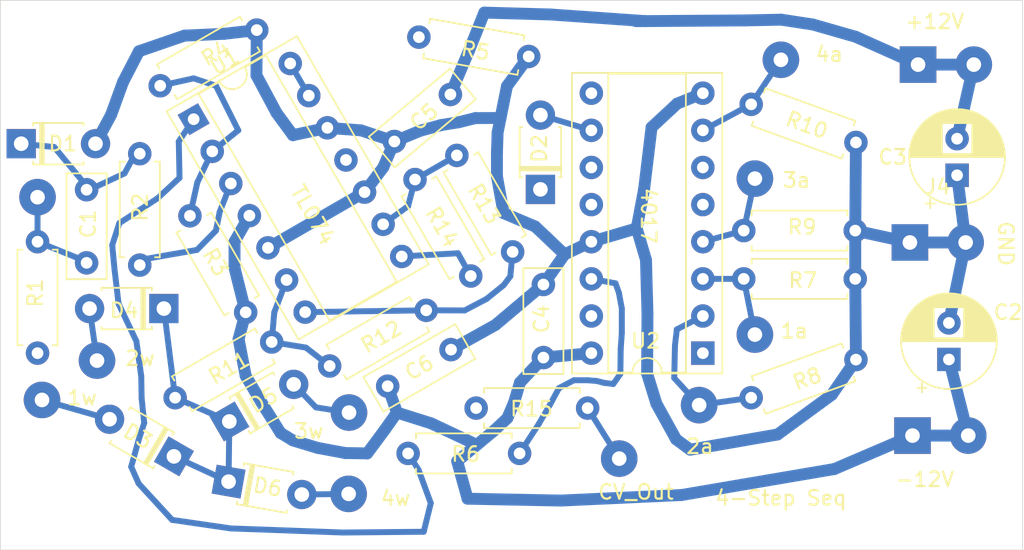
<source format=kicad_pcb>
(kicad_pcb (version 20171130) (host pcbnew "(5.1.2-1)-1")

  (general
    (thickness 1.6)
    (drawings 19)
    (tracks 185)
    (zones 0)
    (modules 44)
    (nets 33)
  )

  (page A4)
  (layers
    (0 F.Cu signal)
    (31 B.Cu signal)
    (32 B.Adhes user)
    (33 F.Adhes user)
    (34 B.Paste user)
    (35 F.Paste user)
    (36 B.SilkS user)
    (37 F.SilkS user)
    (38 B.Mask user)
    (39 F.Mask user)
    (40 Dwgs.User user)
    (41 Cmts.User user)
    (42 Eco1.User user)
    (43 Eco2.User user)
    (44 Edge.Cuts user)
    (45 Margin user)
    (46 B.CrtYd user)
    (47 F.CrtYd user)
    (48 B.Fab user)
    (49 F.Fab user hide)
  )

  (setup
    (last_trace_width 0.25)
    (user_trace_width 0.4064)
    (user_trace_width 0.8128)
    (trace_clearance 0.2)
    (zone_clearance 0.508)
    (zone_45_only no)
    (trace_min 0.2)
    (via_size 0.8)
    (via_drill 0.4)
    (via_min_size 0.4)
    (via_min_drill 0.3)
    (uvia_size 0.3)
    (uvia_drill 0.1)
    (uvias_allowed no)
    (uvia_min_size 0.2)
    (uvia_min_drill 0.1)
    (edge_width 0.05)
    (segment_width 0.2)
    (pcb_text_width 0.3)
    (pcb_text_size 1.5 1.5)
    (mod_edge_width 0.12)
    (mod_text_size 1 1)
    (mod_text_width 0.15)
    (pad_size 1.524 1.524)
    (pad_drill 0.762)
    (pad_to_mask_clearance 0.051)
    (solder_mask_min_width 0.25)
    (aux_axis_origin 0 0)
    (visible_elements FFFFFF7F)
    (pcbplotparams
      (layerselection 0x010f0_ffffffff)
      (usegerberextensions false)
      (usegerberattributes false)
      (usegerberadvancedattributes false)
      (creategerberjobfile false)
      (excludeedgelayer true)
      (linewidth 0.100000)
      (plotframeref false)
      (viasonmask false)
      (mode 1)
      (useauxorigin false)
      (hpglpennumber 1)
      (hpglpenspeed 20)
      (hpglpendiameter 15.000000)
      (psnegative false)
      (psa4output false)
      (plotreference true)
      (plotvalue true)
      (plotinvisibletext false)
      (padsonsilk false)
      (subtractmaskfromsilk false)
      (outputformat 1)
      (mirror false)
      (drillshape 0)
      (scaleselection 1)
      (outputdirectory ""))
  )

  (net 0 "")
  (net 1 "Net-(C1-Pad1)")
  (net 2 "Net-(C1-Pad2)")
  (net 3 +12V)
  (net 4 Earth)
  (net 5 -12V)
  (net 6 "Net-(D2-Pad2)")
  (net 7 "Net-(D2-Pad1)")
  (net 8 "Net-(D3-Pad1)")
  (net 9 "Net-(D3-Pad2)")
  (net 10 "Net-(D4-Pad2)")
  (net 11 "Net-(D5-Pad2)")
  (net 12 "Net-(D6-Pad2)")
  (net 13 "Net-(J2-Pad1)")
  (net 14 "Net-(R2-Pad2)")
  (net 15 "Net-(R3-Pad2)")
  (net 16 "Net-(R6-Pad1)")
  (net 17 "Net-(R6-Pad2)")
  (net 18 "Net-(R11-Pad1)")
  (net 19 "Net-(R12-Pad1)")
  (net 20 "Net-(R13-Pad1)")
  (net 21 "Net-(R14-Pad1)")
  (net 22 "Net-(U2-Pad1)")
  (net 23 "Net-(U2-Pad9)")
  (net 24 "Net-(U2-Pad11)")
  (net 25 "Net-(U2-Pad12)")
  (net 26 "Net-(U2-Pad5)")
  (net 27 "Net-(U2-Pad6)")
  (net 28 "Net-(J6-Pad1)")
  (net 29 "Net-(J7-Pad1)")
  (net 30 "Net-(J8-Pad1)")
  (net 31 "Net-(J9-Pad1)")
  (net 32 "Net-(U1-Pad13)")

  (net_class Default "This is the default net class."
    (clearance 0.2)
    (trace_width 0.25)
    (via_dia 0.8)
    (via_drill 0.4)
    (uvia_dia 0.3)
    (uvia_drill 0.1)
    (add_net +12V)
    (add_net -12V)
    (add_net Earth)
    (add_net "Net-(C1-Pad1)")
    (add_net "Net-(C1-Pad2)")
    (add_net "Net-(D2-Pad1)")
    (add_net "Net-(D2-Pad2)")
    (add_net "Net-(D3-Pad1)")
    (add_net "Net-(D3-Pad2)")
    (add_net "Net-(D4-Pad2)")
    (add_net "Net-(D5-Pad2)")
    (add_net "Net-(D6-Pad2)")
    (add_net "Net-(J2-Pad1)")
    (add_net "Net-(J6-Pad1)")
    (add_net "Net-(J7-Pad1)")
    (add_net "Net-(J8-Pad1)")
    (add_net "Net-(J9-Pad1)")
    (add_net "Net-(R11-Pad1)")
    (add_net "Net-(R12-Pad1)")
    (add_net "Net-(R13-Pad1)")
    (add_net "Net-(R14-Pad1)")
    (add_net "Net-(R2-Pad2)")
    (add_net "Net-(R3-Pad2)")
    (add_net "Net-(R6-Pad1)")
    (add_net "Net-(R6-Pad2)")
    (add_net "Net-(U1-Pad13)")
    (add_net "Net-(U2-Pad1)")
    (add_net "Net-(U2-Pad11)")
    (add_net "Net-(U2-Pad12)")
    (add_net "Net-(U2-Pad5)")
    (add_net "Net-(U2-Pad6)")
    (add_net "Net-(U2-Pad9)")
  )

  (module Package_DIP:DIP-14_W7.62mm_Socket (layer F.Cu) (tedit 5A02E8C5) (tstamp 60F5FE09)
    (at 25.4 20.32 30)
    (descr "14-lead though-hole mounted DIP package, row spacing 7.62 mm (300 mils), Socket")
    (tags "THT DIP DIL PDIP 2.54mm 7.62mm 300mil Socket")
    (path /60F5DCDA)
    (fp_text reference U1 (at 3.81 -2.33 30) (layer F.SilkS)
      (effects (font (size 1 1) (thickness 0.15)))
    )
    (fp_text value TL074 (at 3.81 17.57 30) (layer F.Fab)
      (effects (font (size 1 1) (thickness 0.15)))
    )
    (fp_text user %R (at 3.81 7.62 30) (layer F.Fab)
      (effects (font (size 1 1) (thickness 0.15)))
    )
    (fp_line (start 9.15 -1.6) (end -1.55 -1.6) (layer F.CrtYd) (width 0.05))
    (fp_line (start 9.15 16.85) (end 9.15 -1.6) (layer F.CrtYd) (width 0.05))
    (fp_line (start -1.55 16.85) (end 9.15 16.85) (layer F.CrtYd) (width 0.05))
    (fp_line (start -1.55 -1.6) (end -1.55 16.85) (layer F.CrtYd) (width 0.05))
    (fp_line (start 8.95 -1.39) (end -1.33 -1.39) (layer F.SilkS) (width 0.12))
    (fp_line (start 8.95 16.63) (end 8.95 -1.39) (layer F.SilkS) (width 0.12))
    (fp_line (start -1.33 16.63) (end 8.95 16.63) (layer F.SilkS) (width 0.12))
    (fp_line (start -1.33 -1.39) (end -1.33 16.63) (layer F.SilkS) (width 0.12))
    (fp_line (start 6.46 -1.33) (end 4.81 -1.33) (layer F.SilkS) (width 0.12))
    (fp_line (start 6.46 16.57) (end 6.46 -1.33) (layer F.SilkS) (width 0.12))
    (fp_line (start 1.16 16.57) (end 6.46 16.57) (layer F.SilkS) (width 0.12))
    (fp_line (start 1.16 -1.33) (end 1.16 16.57) (layer F.SilkS) (width 0.12))
    (fp_line (start 2.81 -1.33) (end 1.16 -1.33) (layer F.SilkS) (width 0.12))
    (fp_line (start 8.89 -1.33) (end -1.27 -1.33) (layer F.Fab) (width 0.1))
    (fp_line (start 8.89 16.57) (end 8.89 -1.33) (layer F.Fab) (width 0.1))
    (fp_line (start -1.27 16.57) (end 8.89 16.57) (layer F.Fab) (width 0.1))
    (fp_line (start -1.27 -1.33) (end -1.27 16.57) (layer F.Fab) (width 0.1))
    (fp_line (start 0.635 -0.27) (end 1.635 -1.27) (layer F.Fab) (width 0.1))
    (fp_line (start 0.635 16.51) (end 0.635 -0.27) (layer F.Fab) (width 0.1))
    (fp_line (start 6.985 16.51) (end 0.635 16.51) (layer F.Fab) (width 0.1))
    (fp_line (start 6.985 -1.27) (end 6.985 16.51) (layer F.Fab) (width 0.1))
    (fp_line (start 1.635 -1.27) (end 6.985 -1.27) (layer F.Fab) (width 0.1))
    (fp_arc (start 3.81 -1.33) (end 2.81 -1.33) (angle -180) (layer F.SilkS) (width 0.12))
    (pad 14 thru_hole oval (at 7.62 0 30) (size 1.6 1.6) (drill 0.8) (layers *.Cu *.Mask)
      (net 32 "Net-(U1-Pad13)"))
    (pad 7 thru_hole oval (at 0 15.24 30) (size 1.6 1.6) (drill 0.8) (layers *.Cu *.Mask)
      (net 19 "Net-(R12-Pad1)"))
    (pad 13 thru_hole oval (at 7.62 2.54 30) (size 1.6 1.6) (drill 0.8) (layers *.Cu *.Mask)
      (net 32 "Net-(U1-Pad13)"))
    (pad 6 thru_hole oval (at 0 12.7 30) (size 1.6 1.6) (drill 0.8) (layers *.Cu *.Mask)
      (net 18 "Net-(R11-Pad1)"))
    (pad 12 thru_hole oval (at 7.62 5.08 30) (size 1.6 1.6) (drill 0.8) (layers *.Cu *.Mask)
      (net 4 Earth))
    (pad 5 thru_hole oval (at 0 10.16 30) (size 1.6 1.6) (drill 0.8) (layers *.Cu *.Mask)
      (net 4 Earth))
    (pad 11 thru_hole oval (at 7.62 7.62 30) (size 1.6 1.6) (drill 0.8) (layers *.Cu *.Mask)
      (net 5 -12V))
    (pad 4 thru_hole oval (at 0 7.62 30) (size 1.6 1.6) (drill 0.8) (layers *.Cu *.Mask)
      (net 3 +12V))
    (pad 10 thru_hole oval (at 7.62 10.16 30) (size 1.6 1.6) (drill 0.8) (layers *.Cu *.Mask)
      (net 4 Earth))
    (pad 3 thru_hole oval (at 0 5.08 30) (size 1.6 1.6) (drill 0.8) (layers *.Cu *.Mask)
      (net 14 "Net-(R2-Pad2)"))
    (pad 9 thru_hole oval (at 7.62 12.7 30) (size 1.6 1.6) (drill 0.8) (layers *.Cu *.Mask)
      (net 20 "Net-(R13-Pad1)"))
    (pad 2 thru_hole oval (at 0 2.54 30) (size 1.6 1.6) (drill 0.8) (layers *.Cu *.Mask)
      (net 15 "Net-(R3-Pad2)"))
    (pad 8 thru_hole oval (at 7.62 15.24 30) (size 1.6 1.6) (drill 0.8) (layers *.Cu *.Mask)
      (net 21 "Net-(R14-Pad1)"))
    (pad 1 thru_hole rect (at 0 0 30) (size 1.6 1.6) (drill 0.8) (layers *.Cu *.Mask)
      (net 16 "Net-(R6-Pad1)"))
    (model ${KISYS3DMOD}/Package_DIP.3dshapes/DIP-14_W7.62mm_Socket.wrl
      (at (xyz 0 0 0))
      (scale (xyz 1 1 1))
      (rotate (xyz 0 0 0))
    )
  )

  (module Resistor_THT:R_Axial_DIN0207_L6.3mm_D2.5mm_P7.62mm_Horizontal (layer F.Cu) (tedit 5AE5139B) (tstamp 60F5FD85)
    (at 30.734 35.56 210)
    (descr "Resistor, Axial_DIN0207 series, Axial, Horizontal, pin pitch=7.62mm, 0.25W = 1/4W, length*diameter=6.3*2.5mm^2, http://cdn-reichelt.de/documents/datenblatt/B400/1_4W%23YAG.pdf")
    (tags "Resistor Axial_DIN0207 series Axial Horizontal pin pitch 7.62mm 0.25W = 1/4W length 6.3mm diameter 2.5mm")
    (path /60F79103)
    (fp_text reference R11 (at 3.41866 -0.079293 30) (layer F.SilkS)
      (effects (font (size 1 1) (thickness 0.15)))
    )
    (fp_text value 30k (at 3.81 2.37 30) (layer F.Fab)
      (effects (font (size 1 1) (thickness 0.15)))
    )
    (fp_line (start 0.66 -1.25) (end 0.66 1.25) (layer F.Fab) (width 0.1))
    (fp_line (start 0.66 1.25) (end 6.96 1.25) (layer F.Fab) (width 0.1))
    (fp_line (start 6.96 1.25) (end 6.96 -1.25) (layer F.Fab) (width 0.1))
    (fp_line (start 6.96 -1.25) (end 0.66 -1.25) (layer F.Fab) (width 0.1))
    (fp_line (start 0 0) (end 0.66 0) (layer F.Fab) (width 0.1))
    (fp_line (start 7.62 0) (end 6.96 0) (layer F.Fab) (width 0.1))
    (fp_line (start 0.54 -1.04) (end 0.54 -1.37) (layer F.SilkS) (width 0.12))
    (fp_line (start 0.54 -1.37) (end 7.08 -1.37) (layer F.SilkS) (width 0.12))
    (fp_line (start 7.08 -1.37) (end 7.08 -1.04) (layer F.SilkS) (width 0.12))
    (fp_line (start 0.54 1.04) (end 0.54 1.37) (layer F.SilkS) (width 0.12))
    (fp_line (start 0.54 1.37) (end 7.08 1.37) (layer F.SilkS) (width 0.12))
    (fp_line (start 7.08 1.37) (end 7.08 1.04) (layer F.SilkS) (width 0.12))
    (fp_line (start -1.05 -1.5) (end -1.05 1.5) (layer F.CrtYd) (width 0.05))
    (fp_line (start -1.05 1.5) (end 8.67 1.5) (layer F.CrtYd) (width 0.05))
    (fp_line (start 8.67 1.5) (end 8.67 -1.5) (layer F.CrtYd) (width 0.05))
    (fp_line (start 8.67 -1.5) (end -1.05 -1.5) (layer F.CrtYd) (width 0.05))
    (fp_text user %R (at 3.81 0 30) (layer F.Fab)
      (effects (font (size 1 1) (thickness 0.15)))
    )
    (pad 1 thru_hole circle (at 0 0 210) (size 1.6 1.6) (drill 0.8) (layers *.Cu *.Mask)
      (net 18 "Net-(R11-Pad1)"))
    (pad 2 thru_hole oval (at 7.62 0 210) (size 1.6 1.6) (drill 0.8) (layers *.Cu *.Mask)
      (net 8 "Net-(D3-Pad1)"))
    (model ${KISYS3DMOD}/Resistor_THT.3dshapes/R_Axial_DIN0207_L6.3mm_D2.5mm_P7.62mm_Horizontal.wrl
      (at (xyz 0 0 0))
      (scale (xyz 1 1 1))
      (rotate (xyz 0 0 0))
    )
  )

  (module Package_DIP:DIP-16_W7.62mm_Socket (layer F.Cu) (tedit 5A02E8C5) (tstamp 60F5FE35)
    (at 60.198 36.322 180)
    (descr "16-lead though-hole mounted DIP package, row spacing 7.62 mm (300 mils), Socket")
    (tags "THT DIP DIL PDIP 2.54mm 7.62mm 300mil Socket")
    (path /60F59840)
    (fp_text reference U2 (at 3.9116 0.8382) (layer F.SilkS)
      (effects (font (size 1 1) (thickness 0.15)))
    )
    (fp_text value 4017 (at 3.81 20.11) (layer F.Fab)
      (effects (font (size 1 1) (thickness 0.15)))
    )
    (fp_arc (start 3.81 -1.33) (end 2.81 -1.33) (angle -180) (layer F.SilkS) (width 0.12))
    (fp_line (start 1.635 -1.27) (end 6.985 -1.27) (layer F.Fab) (width 0.1))
    (fp_line (start 6.985 -1.27) (end 6.985 19.05) (layer F.Fab) (width 0.1))
    (fp_line (start 6.985 19.05) (end 0.635 19.05) (layer F.Fab) (width 0.1))
    (fp_line (start 0.635 19.05) (end 0.635 -0.27) (layer F.Fab) (width 0.1))
    (fp_line (start 0.635 -0.27) (end 1.635 -1.27) (layer F.Fab) (width 0.1))
    (fp_line (start -1.27 -1.33) (end -1.27 19.11) (layer F.Fab) (width 0.1))
    (fp_line (start -1.27 19.11) (end 8.89 19.11) (layer F.Fab) (width 0.1))
    (fp_line (start 8.89 19.11) (end 8.89 -1.33) (layer F.Fab) (width 0.1))
    (fp_line (start 8.89 -1.33) (end -1.27 -1.33) (layer F.Fab) (width 0.1))
    (fp_line (start 2.81 -1.33) (end 1.16 -1.33) (layer F.SilkS) (width 0.12))
    (fp_line (start 1.16 -1.33) (end 1.16 19.11) (layer F.SilkS) (width 0.12))
    (fp_line (start 1.16 19.11) (end 6.46 19.11) (layer F.SilkS) (width 0.12))
    (fp_line (start 6.46 19.11) (end 6.46 -1.33) (layer F.SilkS) (width 0.12))
    (fp_line (start 6.46 -1.33) (end 4.81 -1.33) (layer F.SilkS) (width 0.12))
    (fp_line (start -1.33 -1.39) (end -1.33 19.17) (layer F.SilkS) (width 0.12))
    (fp_line (start -1.33 19.17) (end 8.95 19.17) (layer F.SilkS) (width 0.12))
    (fp_line (start 8.95 19.17) (end 8.95 -1.39) (layer F.SilkS) (width 0.12))
    (fp_line (start 8.95 -1.39) (end -1.33 -1.39) (layer F.SilkS) (width 0.12))
    (fp_line (start -1.55 -1.6) (end -1.55 19.4) (layer F.CrtYd) (width 0.05))
    (fp_line (start -1.55 19.4) (end 9.15 19.4) (layer F.CrtYd) (width 0.05))
    (fp_line (start 9.15 19.4) (end 9.15 -1.6) (layer F.CrtYd) (width 0.05))
    (fp_line (start 9.15 -1.6) (end -1.55 -1.6) (layer F.CrtYd) (width 0.05))
    (fp_text user %R (at 3.81 8.89) (layer F.Fab)
      (effects (font (size 1 1) (thickness 0.15)))
    )
    (pad 1 thru_hole rect (at 0 0 180) (size 1.6 1.6) (drill 0.8) (layers *.Cu *.Mask)
      (net 22 "Net-(U2-Pad1)"))
    (pad 9 thru_hole oval (at 7.62 17.78 180) (size 1.6 1.6) (drill 0.8) (layers *.Cu *.Mask)
      (net 23 "Net-(U2-Pad9)"))
    (pad 2 thru_hole oval (at 0 2.54 180) (size 1.6 1.6) (drill 0.8) (layers *.Cu *.Mask)
      (net 29 "Net-(J7-Pad1)"))
    (pad 10 thru_hole oval (at 7.62 15.24 180) (size 1.6 1.6) (drill 0.8) (layers *.Cu *.Mask)
      (net 6 "Net-(D2-Pad2)"))
    (pad 3 thru_hole oval (at 0 5.08 180) (size 1.6 1.6) (drill 0.8) (layers *.Cu *.Mask)
      (net 28 "Net-(J6-Pad1)"))
    (pad 11 thru_hole oval (at 7.62 12.7 180) (size 1.6 1.6) (drill 0.8) (layers *.Cu *.Mask)
      (net 24 "Net-(U2-Pad11)"))
    (pad 4 thru_hole oval (at 0 7.62 180) (size 1.6 1.6) (drill 0.8) (layers *.Cu *.Mask)
      (net 30 "Net-(J8-Pad1)"))
    (pad 12 thru_hole oval (at 7.62 10.16 180) (size 1.6 1.6) (drill 0.8) (layers *.Cu *.Mask)
      (net 25 "Net-(U2-Pad12)"))
    (pad 5 thru_hole oval (at 0 10.16 180) (size 1.6 1.6) (drill 0.8) (layers *.Cu *.Mask)
      (net 26 "Net-(U2-Pad5)"))
    (pad 13 thru_hole oval (at 7.62 7.62 180) (size 1.6 1.6) (drill 0.8) (layers *.Cu *.Mask)
      (net 4 Earth))
    (pad 6 thru_hole oval (at 0 12.7 180) (size 1.6 1.6) (drill 0.8) (layers *.Cu *.Mask)
      (net 27 "Net-(U2-Pad6)"))
    (pad 14 thru_hole oval (at 7.62 5.08 180) (size 1.6 1.6) (drill 0.8) (layers *.Cu *.Mask)
      (net 17 "Net-(R6-Pad2)"))
    (pad 7 thru_hole oval (at 0 15.24 180) (size 1.6 1.6) (drill 0.8) (layers *.Cu *.Mask)
      (net 31 "Net-(J9-Pad1)"))
    (pad 15 thru_hole oval (at 7.62 2.54 180) (size 1.6 1.6) (drill 0.8) (layers *.Cu *.Mask)
      (net 7 "Net-(D2-Pad1)"))
    (pad 8 thru_hole oval (at 0 17.78 180) (size 1.6 1.6) (drill 0.8) (layers *.Cu *.Mask)
      (net 4 Earth))
    (pad 16 thru_hole oval (at 7.62 0 180) (size 1.6 1.6) (drill 0.8) (layers *.Cu *.Mask)
      (net 3 +12V))
    (model ${KISYS3DMOD}/Package_DIP.3dshapes/DIP-16_W7.62mm_Socket.wrl
      (at (xyz 0 0 0))
      (scale (xyz 1 1 1))
      (rotate (xyz 0 0 0))
    )
  )

  (module Connector_Wire:SolderWirePad_1x01_Drill1mm (layer F.Cu) (tedit 5AEE5EBE) (tstamp 60F62B51)
    (at 35.9918 45.9486 350)
    (descr "Wire solder connection")
    (tags connector)
    (path /6119ADC3)
    (attr virtual)
    (fp_text reference J13 (at 0 -3.81 170) (layer F.SilkS) hide
      (effects (font (size 1 1) (thickness 0.15)))
    )
    (fp_text value 4w (at 0 3.175 170) (layer F.Fab)
      (effects (font (size 1 1) (thickness 0.15)))
    )
    (fp_line (start 1.75 1.75) (end -1.75 1.75) (layer F.CrtYd) (width 0.05))
    (fp_line (start 1.75 1.75) (end 1.75 -1.75) (layer F.CrtYd) (width 0.05))
    (fp_line (start -1.75 -1.75) (end -1.75 1.75) (layer F.CrtYd) (width 0.05))
    (fp_line (start -1.75 -1.75) (end 1.75 -1.75) (layer F.CrtYd) (width 0.05))
    (fp_text user %R (at 0 0 170) (layer F.Fab)
      (effects (font (size 1 1) (thickness 0.15)))
    )
    (pad 1 thru_hole circle (at 0 0 350) (size 2.49936 2.49936) (drill 1.00076) (layers *.Cu *.Mask)
      (net 12 "Net-(D6-Pad2)"))
  )

  (module Connector_Wire:SolderWirePad_1x01_Drill1mm (layer F.Cu) (tedit 5AEE5EBE) (tstamp 60F62B47)
    (at 36.0172 40.386 30)
    (descr "Wire solder connection")
    (tags connector)
    (path /6119AA34)
    (attr virtual)
    (fp_text reference J12 (at 0 -3.81 30) (layer F.SilkS) hide
      (effects (font (size 1 1) (thickness 0.15)))
    )
    (fp_text value 3w (at 0 3.175 30) (layer F.Fab)
      (effects (font (size 1 1) (thickness 0.15)))
    )
    (fp_line (start 1.75 1.75) (end -1.75 1.75) (layer F.CrtYd) (width 0.05))
    (fp_line (start 1.75 1.75) (end 1.75 -1.75) (layer F.CrtYd) (width 0.05))
    (fp_line (start -1.75 -1.75) (end -1.75 1.75) (layer F.CrtYd) (width 0.05))
    (fp_line (start -1.75 -1.75) (end 1.75 -1.75) (layer F.CrtYd) (width 0.05))
    (fp_text user %R (at 0 0 30) (layer F.Fab)
      (effects (font (size 1 1) (thickness 0.15)))
    )
    (pad 1 thru_hole circle (at 0 0 30) (size 2.49936 2.49936) (drill 1.00076) (layers *.Cu *.Mask)
      (net 11 "Net-(D5-Pad2)"))
  )

  (module Connector_Wire:SolderWirePad_1x01_Drill1mm (layer F.Cu) (tedit 5AEE5EBE) (tstamp 60F62B3D)
    (at 18.796 36.83)
    (descr "Wire solder connection")
    (tags connector)
    (path /6119A39C)
    (attr virtual)
    (fp_text reference J11 (at 0 -3.81) (layer F.SilkS) hide
      (effects (font (size 1 1) (thickness 0.15)))
    )
    (fp_text value 2w (at 0 3.175) (layer F.Fab)
      (effects (font (size 1 1) (thickness 0.15)))
    )
    (fp_line (start 1.75 1.75) (end -1.75 1.75) (layer F.CrtYd) (width 0.05))
    (fp_line (start 1.75 1.75) (end 1.75 -1.75) (layer F.CrtYd) (width 0.05))
    (fp_line (start -1.75 -1.75) (end -1.75 1.75) (layer F.CrtYd) (width 0.05))
    (fp_line (start -1.75 -1.75) (end 1.75 -1.75) (layer F.CrtYd) (width 0.05))
    (fp_text user %R (at 0 0) (layer F.Fab)
      (effects (font (size 1 1) (thickness 0.15)))
    )
    (pad 1 thru_hole circle (at 0 0) (size 2.49936 2.49936) (drill 1.00076) (layers *.Cu *.Mask)
      (net 10 "Net-(D4-Pad2)"))
  )

  (module Connector_Wire:SolderWirePad_1x01_Drill1mm (layer F.Cu) (tedit 5AEE5EBE) (tstamp 60F62B33)
    (at 15.0368 39.5224)
    (descr "Wire solder connection")
    (tags connector)
    (path /61199189)
    (attr virtual)
    (fp_text reference J10 (at 0 -3.81) (layer F.SilkS) hide
      (effects (font (size 1 1) (thickness 0.15)))
    )
    (fp_text value 1w (at 0 3.175) (layer F.Fab)
      (effects (font (size 1 1) (thickness 0.15)))
    )
    (fp_line (start 1.75 1.75) (end -1.75 1.75) (layer F.CrtYd) (width 0.05))
    (fp_line (start 1.75 1.75) (end 1.75 -1.75) (layer F.CrtYd) (width 0.05))
    (fp_line (start -1.75 -1.75) (end -1.75 1.75) (layer F.CrtYd) (width 0.05))
    (fp_line (start -1.75 -1.75) (end 1.75 -1.75) (layer F.CrtYd) (width 0.05))
    (fp_text user %R (at 0 0) (layer F.Fab)
      (effects (font (size 1 1) (thickness 0.15)))
    )
    (pad 1 thru_hole circle (at 0 0) (size 2.49936 2.49936) (drill 1.00076) (layers *.Cu *.Mask)
      (net 9 "Net-(D3-Pad2)"))
  )

  (module Connector_Wire:SolderWirePad_1x01_Drill1mm (layer F.Cu) (tedit 5AEE5EBE) (tstamp 60F62B29)
    (at 65.532 16.256 70)
    (descr "Wire solder connection")
    (tags connector)
    (path /61197D85)
    (attr virtual)
    (fp_text reference J9 (at 0 -3.81 70) (layer F.SilkS) hide
      (effects (font (size 1 1) (thickness 0.15)))
    )
    (fp_text value 4a (at 0 3.175 70) (layer F.Fab)
      (effects (font (size 1 1) (thickness 0.15)))
    )
    (fp_line (start 1.75 1.75) (end -1.75 1.75) (layer F.CrtYd) (width 0.05))
    (fp_line (start 1.75 1.75) (end 1.75 -1.75) (layer F.CrtYd) (width 0.05))
    (fp_line (start -1.75 -1.75) (end -1.75 1.75) (layer F.CrtYd) (width 0.05))
    (fp_line (start -1.75 -1.75) (end 1.75 -1.75) (layer F.CrtYd) (width 0.05))
    (fp_text user %R (at 0 0 70) (layer F.Fab)
      (effects (font (size 1 1) (thickness 0.15)))
    )
    (pad 1 thru_hole circle (at 0 0 70) (size 2.49936 2.49936) (drill 1.00076) (layers *.Cu *.Mask)
      (net 31 "Net-(J9-Pad1)"))
  )

  (module Connector_Wire:SolderWirePad_1x01_Drill1mm (layer F.Cu) (tedit 5AEE5EBE) (tstamp 60F62B1F)
    (at 63.754 24.384)
    (descr "Wire solder connection")
    (tags connector)
    (path /6119772E)
    (attr virtual)
    (fp_text reference J8 (at 0 -3.81) (layer F.SilkS) hide
      (effects (font (size 1 1) (thickness 0.15)))
    )
    (fp_text value 3a (at 0 3.175) (layer F.Fab)
      (effects (font (size 1 1) (thickness 0.15)))
    )
    (fp_line (start 1.75 1.75) (end -1.75 1.75) (layer F.CrtYd) (width 0.05))
    (fp_line (start 1.75 1.75) (end 1.75 -1.75) (layer F.CrtYd) (width 0.05))
    (fp_line (start -1.75 -1.75) (end -1.75 1.75) (layer F.CrtYd) (width 0.05))
    (fp_line (start -1.75 -1.75) (end 1.75 -1.75) (layer F.CrtYd) (width 0.05))
    (fp_text user %R (at 0 0) (layer F.Fab)
      (effects (font (size 1 1) (thickness 0.15)))
    )
    (pad 1 thru_hole circle (at 0 0) (size 2.49936 2.49936) (drill 1.00076) (layers *.Cu *.Mask)
      (net 30 "Net-(J8-Pad1)"))
  )

  (module Connector_Wire:SolderWirePad_1x01_Drill1mm (layer F.Cu) (tedit 5AEE5EBE) (tstamp 60F62B15)
    (at 59.944 39.878)
    (descr "Wire solder connection")
    (tags connector)
    (path /6119727B)
    (attr virtual)
    (fp_text reference J7 (at 0 -3.81) (layer F.SilkS) hide
      (effects (font (size 1 1) (thickness 0.15)))
    )
    (fp_text value 2a (at 0 3.175) (layer F.Fab)
      (effects (font (size 1 1) (thickness 0.15)))
    )
    (fp_line (start 1.75 1.75) (end -1.75 1.75) (layer F.CrtYd) (width 0.05))
    (fp_line (start 1.75 1.75) (end 1.75 -1.75) (layer F.CrtYd) (width 0.05))
    (fp_line (start -1.75 -1.75) (end -1.75 1.75) (layer F.CrtYd) (width 0.05))
    (fp_line (start -1.75 -1.75) (end 1.75 -1.75) (layer F.CrtYd) (width 0.05))
    (fp_text user %R (at 0 0) (layer F.Fab)
      (effects (font (size 1 1) (thickness 0.15)))
    )
    (pad 1 thru_hole circle (at 0 0) (size 2.49936 2.49936) (drill 1.00076) (layers *.Cu *.Mask)
      (net 29 "Net-(J7-Pad1)"))
  )

  (module Connector_Wire:SolderWirePad_1x01_Drill1mm (layer F.Cu) (tedit 5AEE5EBE) (tstamp 60F62B0B)
    (at 63.754 35.052)
    (descr "Wire solder connection")
    (tags connector)
    (path /61196DA2)
    (attr virtual)
    (fp_text reference J6 (at 0 -3.81) (layer F.SilkS) hide
      (effects (font (size 1 1) (thickness 0.15)))
    )
    (fp_text value 1a (at 0 3.175) (layer F.Fab)
      (effects (font (size 1 1) (thickness 0.15)))
    )
    (fp_line (start 1.75 1.75) (end -1.75 1.75) (layer F.CrtYd) (width 0.05))
    (fp_line (start 1.75 1.75) (end 1.75 -1.75) (layer F.CrtYd) (width 0.05))
    (fp_line (start -1.75 -1.75) (end -1.75 1.75) (layer F.CrtYd) (width 0.05))
    (fp_line (start -1.75 -1.75) (end 1.75 -1.75) (layer F.CrtYd) (width 0.05))
    (fp_text user %R (at 0 0) (layer F.Fab)
      (effects (font (size 1 1) (thickness 0.15)))
    )
    (pad 1 thru_hole circle (at 0 0) (size 2.49936 2.49936) (drill 1.00076) (layers *.Cu *.Mask)
      (net 28 "Net-(J6-Pad1)"))
  )

  (module MountingHole:MountingHole_3.5mm (layer F.Cu) (tedit 56D1B4CB) (tstamp 60F60ACF)
    (at 16.256 45.72)
    (descr "Mounting Hole 3.5mm, no annular")
    (tags "mounting hole 3.5mm no annular")
    (attr virtual)
    (fp_text reference REF** (at 0 -4.5) (layer F.SilkS) hide
      (effects (font (size 1 1) (thickness 0.15)))
    )
    (fp_text value MountingHole_3.5mm (at 0 4.5) (layer F.Fab)
      (effects (font (size 1 1) (thickness 0.15)))
    )
    (fp_circle (center 0 0) (end 3.75 0) (layer F.CrtYd) (width 0.05))
    (fp_circle (center 0 0) (end 3.5 0) (layer Cmts.User) (width 0.15))
    (fp_text user %R (at 0.3 0) (layer F.Fab)
      (effects (font (size 1 1) (thickness 0.15)))
    )
    (pad 1 np_thru_hole circle (at 0 0) (size 3.5 3.5) (drill 3.5) (layers *.Cu *.Mask))
  )

  (module MountingHole:MountingHole_3.5mm (layer F.Cu) (tedit 56D1B4CB) (tstamp 60F60AAB)
    (at 16.002 16.002)
    (descr "Mounting Hole 3.5mm, no annular")
    (tags "mounting hole 3.5mm no annular")
    (attr virtual)
    (fp_text reference REF** (at 0 -4.5) (layer F.SilkS) hide
      (effects (font (size 1 1) (thickness 0.15)))
    )
    (fp_text value MountingHole_3.5mm (at 0 4.5) (layer F.Fab)
      (effects (font (size 1 1) (thickness 0.15)))
    )
    (fp_circle (center 0 0) (end 3.75 0) (layer F.CrtYd) (width 0.05))
    (fp_circle (center 0 0) (end 3.5 0) (layer Cmts.User) (width 0.15))
    (fp_text user %R (at 0.3 0) (layer F.Fab)
      (effects (font (size 1 1) (thickness 0.15)))
    )
    (pad 1 np_thru_hole circle (at 0 0) (size 3.5 3.5) (drill 3.5) (layers *.Cu *.Mask))
  )

  (module Capacitor_THT:C_Rect_L7.0mm_W2.5mm_P5.00mm (layer F.Cu) (tedit 5AE50EF0) (tstamp 60F5FA25)
    (at 18.0848 25.146 270)
    (descr "C, Rect series, Radial, pin pitch=5.00mm, , length*width=7*2.5mm^2, Capacitor")
    (tags "C Rect series Radial pin pitch 5.00mm  length 7mm width 2.5mm Capacitor")
    (path /60F5B20E)
    (fp_text reference C1 (at 2.3368 -0.1016 90) (layer F.SilkS)
      (effects (font (size 1 1) (thickness 0.15)))
    )
    (fp_text value 47p (at 2.5 2.5 90) (layer F.Fab)
      (effects (font (size 1 1) (thickness 0.15)))
    )
    (fp_line (start -1 -1.25) (end -1 1.25) (layer F.Fab) (width 0.1))
    (fp_line (start -1 1.25) (end 6 1.25) (layer F.Fab) (width 0.1))
    (fp_line (start 6 1.25) (end 6 -1.25) (layer F.Fab) (width 0.1))
    (fp_line (start 6 -1.25) (end -1 -1.25) (layer F.Fab) (width 0.1))
    (fp_line (start -1.12 -1.37) (end 6.12 -1.37) (layer F.SilkS) (width 0.12))
    (fp_line (start -1.12 1.37) (end 6.12 1.37) (layer F.SilkS) (width 0.12))
    (fp_line (start -1.12 -1.37) (end -1.12 1.37) (layer F.SilkS) (width 0.12))
    (fp_line (start 6.12 -1.37) (end 6.12 1.37) (layer F.SilkS) (width 0.12))
    (fp_line (start -1.25 -1.5) (end -1.25 1.5) (layer F.CrtYd) (width 0.05))
    (fp_line (start -1.25 1.5) (end 6.25 1.5) (layer F.CrtYd) (width 0.05))
    (fp_line (start 6.25 1.5) (end 6.25 -1.5) (layer F.CrtYd) (width 0.05))
    (fp_line (start 6.25 -1.5) (end -1.25 -1.5) (layer F.CrtYd) (width 0.05))
    (fp_text user %R (at 2.5 0 90) (layer F.Fab)
      (effects (font (size 1 1) (thickness 0.15)))
    )
    (pad 1 thru_hole circle (at 0 0 270) (size 1.6 1.6) (drill 0.8) (layers *.Cu *.Mask)
      (net 1 "Net-(C1-Pad1)"))
    (pad 2 thru_hole circle (at 5 0 270) (size 1.6 1.6) (drill 0.8) (layers *.Cu *.Mask)
      (net 2 "Net-(C1-Pad2)"))
    (model ${KISYS3DMOD}/Capacitor_THT.3dshapes/C_Rect_L7.0mm_W2.5mm_P5.00mm.wrl
      (at (xyz 0 0 0))
      (scale (xyz 1 1 1))
      (rotate (xyz 0 0 0))
    )
  )

  (module Capacitor_THT:CP_Radial_D6.3mm_P2.50mm (layer F.Cu) (tedit 5AE50EF0) (tstamp 60F5FAB9)
    (at 77.0128 36.7538 90)
    (descr "CP, Radial series, Radial, pin pitch=2.50mm, , diameter=6.3mm, Electrolytic Capacitor")
    (tags "CP Radial series Radial pin pitch 2.50mm  diameter 6.3mm Electrolytic Capacitor")
    (path /60FDCA3A)
    (fp_text reference C2 (at 3.2258 4.0386 180) (layer F.SilkS)
      (effects (font (size 1 1) (thickness 0.15)))
    )
    (fp_text value 10u (at 1.25 4.4 90) (layer F.Fab)
      (effects (font (size 1 1) (thickness 0.15)))
    )
    (fp_circle (center 1.25 0) (end 4.4 0) (layer F.Fab) (width 0.1))
    (fp_circle (center 1.25 0) (end 4.52 0) (layer F.SilkS) (width 0.12))
    (fp_circle (center 1.25 0) (end 4.65 0) (layer F.CrtYd) (width 0.05))
    (fp_line (start -1.443972 -1.3735) (end -0.813972 -1.3735) (layer F.Fab) (width 0.1))
    (fp_line (start -1.128972 -1.6885) (end -1.128972 -1.0585) (layer F.Fab) (width 0.1))
    (fp_line (start 1.25 -3.23) (end 1.25 3.23) (layer F.SilkS) (width 0.12))
    (fp_line (start 1.29 -3.23) (end 1.29 3.23) (layer F.SilkS) (width 0.12))
    (fp_line (start 1.33 -3.23) (end 1.33 3.23) (layer F.SilkS) (width 0.12))
    (fp_line (start 1.37 -3.228) (end 1.37 3.228) (layer F.SilkS) (width 0.12))
    (fp_line (start 1.41 -3.227) (end 1.41 3.227) (layer F.SilkS) (width 0.12))
    (fp_line (start 1.45 -3.224) (end 1.45 3.224) (layer F.SilkS) (width 0.12))
    (fp_line (start 1.49 -3.222) (end 1.49 -1.04) (layer F.SilkS) (width 0.12))
    (fp_line (start 1.49 1.04) (end 1.49 3.222) (layer F.SilkS) (width 0.12))
    (fp_line (start 1.53 -3.218) (end 1.53 -1.04) (layer F.SilkS) (width 0.12))
    (fp_line (start 1.53 1.04) (end 1.53 3.218) (layer F.SilkS) (width 0.12))
    (fp_line (start 1.57 -3.215) (end 1.57 -1.04) (layer F.SilkS) (width 0.12))
    (fp_line (start 1.57 1.04) (end 1.57 3.215) (layer F.SilkS) (width 0.12))
    (fp_line (start 1.61 -3.211) (end 1.61 -1.04) (layer F.SilkS) (width 0.12))
    (fp_line (start 1.61 1.04) (end 1.61 3.211) (layer F.SilkS) (width 0.12))
    (fp_line (start 1.65 -3.206) (end 1.65 -1.04) (layer F.SilkS) (width 0.12))
    (fp_line (start 1.65 1.04) (end 1.65 3.206) (layer F.SilkS) (width 0.12))
    (fp_line (start 1.69 -3.201) (end 1.69 -1.04) (layer F.SilkS) (width 0.12))
    (fp_line (start 1.69 1.04) (end 1.69 3.201) (layer F.SilkS) (width 0.12))
    (fp_line (start 1.73 -3.195) (end 1.73 -1.04) (layer F.SilkS) (width 0.12))
    (fp_line (start 1.73 1.04) (end 1.73 3.195) (layer F.SilkS) (width 0.12))
    (fp_line (start 1.77 -3.189) (end 1.77 -1.04) (layer F.SilkS) (width 0.12))
    (fp_line (start 1.77 1.04) (end 1.77 3.189) (layer F.SilkS) (width 0.12))
    (fp_line (start 1.81 -3.182) (end 1.81 -1.04) (layer F.SilkS) (width 0.12))
    (fp_line (start 1.81 1.04) (end 1.81 3.182) (layer F.SilkS) (width 0.12))
    (fp_line (start 1.85 -3.175) (end 1.85 -1.04) (layer F.SilkS) (width 0.12))
    (fp_line (start 1.85 1.04) (end 1.85 3.175) (layer F.SilkS) (width 0.12))
    (fp_line (start 1.89 -3.167) (end 1.89 -1.04) (layer F.SilkS) (width 0.12))
    (fp_line (start 1.89 1.04) (end 1.89 3.167) (layer F.SilkS) (width 0.12))
    (fp_line (start 1.93 -3.159) (end 1.93 -1.04) (layer F.SilkS) (width 0.12))
    (fp_line (start 1.93 1.04) (end 1.93 3.159) (layer F.SilkS) (width 0.12))
    (fp_line (start 1.971 -3.15) (end 1.971 -1.04) (layer F.SilkS) (width 0.12))
    (fp_line (start 1.971 1.04) (end 1.971 3.15) (layer F.SilkS) (width 0.12))
    (fp_line (start 2.011 -3.141) (end 2.011 -1.04) (layer F.SilkS) (width 0.12))
    (fp_line (start 2.011 1.04) (end 2.011 3.141) (layer F.SilkS) (width 0.12))
    (fp_line (start 2.051 -3.131) (end 2.051 -1.04) (layer F.SilkS) (width 0.12))
    (fp_line (start 2.051 1.04) (end 2.051 3.131) (layer F.SilkS) (width 0.12))
    (fp_line (start 2.091 -3.121) (end 2.091 -1.04) (layer F.SilkS) (width 0.12))
    (fp_line (start 2.091 1.04) (end 2.091 3.121) (layer F.SilkS) (width 0.12))
    (fp_line (start 2.131 -3.11) (end 2.131 -1.04) (layer F.SilkS) (width 0.12))
    (fp_line (start 2.131 1.04) (end 2.131 3.11) (layer F.SilkS) (width 0.12))
    (fp_line (start 2.171 -3.098) (end 2.171 -1.04) (layer F.SilkS) (width 0.12))
    (fp_line (start 2.171 1.04) (end 2.171 3.098) (layer F.SilkS) (width 0.12))
    (fp_line (start 2.211 -3.086) (end 2.211 -1.04) (layer F.SilkS) (width 0.12))
    (fp_line (start 2.211 1.04) (end 2.211 3.086) (layer F.SilkS) (width 0.12))
    (fp_line (start 2.251 -3.074) (end 2.251 -1.04) (layer F.SilkS) (width 0.12))
    (fp_line (start 2.251 1.04) (end 2.251 3.074) (layer F.SilkS) (width 0.12))
    (fp_line (start 2.291 -3.061) (end 2.291 -1.04) (layer F.SilkS) (width 0.12))
    (fp_line (start 2.291 1.04) (end 2.291 3.061) (layer F.SilkS) (width 0.12))
    (fp_line (start 2.331 -3.047) (end 2.331 -1.04) (layer F.SilkS) (width 0.12))
    (fp_line (start 2.331 1.04) (end 2.331 3.047) (layer F.SilkS) (width 0.12))
    (fp_line (start 2.371 -3.033) (end 2.371 -1.04) (layer F.SilkS) (width 0.12))
    (fp_line (start 2.371 1.04) (end 2.371 3.033) (layer F.SilkS) (width 0.12))
    (fp_line (start 2.411 -3.018) (end 2.411 -1.04) (layer F.SilkS) (width 0.12))
    (fp_line (start 2.411 1.04) (end 2.411 3.018) (layer F.SilkS) (width 0.12))
    (fp_line (start 2.451 -3.002) (end 2.451 -1.04) (layer F.SilkS) (width 0.12))
    (fp_line (start 2.451 1.04) (end 2.451 3.002) (layer F.SilkS) (width 0.12))
    (fp_line (start 2.491 -2.986) (end 2.491 -1.04) (layer F.SilkS) (width 0.12))
    (fp_line (start 2.491 1.04) (end 2.491 2.986) (layer F.SilkS) (width 0.12))
    (fp_line (start 2.531 -2.97) (end 2.531 -1.04) (layer F.SilkS) (width 0.12))
    (fp_line (start 2.531 1.04) (end 2.531 2.97) (layer F.SilkS) (width 0.12))
    (fp_line (start 2.571 -2.952) (end 2.571 -1.04) (layer F.SilkS) (width 0.12))
    (fp_line (start 2.571 1.04) (end 2.571 2.952) (layer F.SilkS) (width 0.12))
    (fp_line (start 2.611 -2.934) (end 2.611 -1.04) (layer F.SilkS) (width 0.12))
    (fp_line (start 2.611 1.04) (end 2.611 2.934) (layer F.SilkS) (width 0.12))
    (fp_line (start 2.651 -2.916) (end 2.651 -1.04) (layer F.SilkS) (width 0.12))
    (fp_line (start 2.651 1.04) (end 2.651 2.916) (layer F.SilkS) (width 0.12))
    (fp_line (start 2.691 -2.896) (end 2.691 -1.04) (layer F.SilkS) (width 0.12))
    (fp_line (start 2.691 1.04) (end 2.691 2.896) (layer F.SilkS) (width 0.12))
    (fp_line (start 2.731 -2.876) (end 2.731 -1.04) (layer F.SilkS) (width 0.12))
    (fp_line (start 2.731 1.04) (end 2.731 2.876) (layer F.SilkS) (width 0.12))
    (fp_line (start 2.771 -2.856) (end 2.771 -1.04) (layer F.SilkS) (width 0.12))
    (fp_line (start 2.771 1.04) (end 2.771 2.856) (layer F.SilkS) (width 0.12))
    (fp_line (start 2.811 -2.834) (end 2.811 -1.04) (layer F.SilkS) (width 0.12))
    (fp_line (start 2.811 1.04) (end 2.811 2.834) (layer F.SilkS) (width 0.12))
    (fp_line (start 2.851 -2.812) (end 2.851 -1.04) (layer F.SilkS) (width 0.12))
    (fp_line (start 2.851 1.04) (end 2.851 2.812) (layer F.SilkS) (width 0.12))
    (fp_line (start 2.891 -2.79) (end 2.891 -1.04) (layer F.SilkS) (width 0.12))
    (fp_line (start 2.891 1.04) (end 2.891 2.79) (layer F.SilkS) (width 0.12))
    (fp_line (start 2.931 -2.766) (end 2.931 -1.04) (layer F.SilkS) (width 0.12))
    (fp_line (start 2.931 1.04) (end 2.931 2.766) (layer F.SilkS) (width 0.12))
    (fp_line (start 2.971 -2.742) (end 2.971 -1.04) (layer F.SilkS) (width 0.12))
    (fp_line (start 2.971 1.04) (end 2.971 2.742) (layer F.SilkS) (width 0.12))
    (fp_line (start 3.011 -2.716) (end 3.011 -1.04) (layer F.SilkS) (width 0.12))
    (fp_line (start 3.011 1.04) (end 3.011 2.716) (layer F.SilkS) (width 0.12))
    (fp_line (start 3.051 -2.69) (end 3.051 -1.04) (layer F.SilkS) (width 0.12))
    (fp_line (start 3.051 1.04) (end 3.051 2.69) (layer F.SilkS) (width 0.12))
    (fp_line (start 3.091 -2.664) (end 3.091 -1.04) (layer F.SilkS) (width 0.12))
    (fp_line (start 3.091 1.04) (end 3.091 2.664) (layer F.SilkS) (width 0.12))
    (fp_line (start 3.131 -2.636) (end 3.131 -1.04) (layer F.SilkS) (width 0.12))
    (fp_line (start 3.131 1.04) (end 3.131 2.636) (layer F.SilkS) (width 0.12))
    (fp_line (start 3.171 -2.607) (end 3.171 -1.04) (layer F.SilkS) (width 0.12))
    (fp_line (start 3.171 1.04) (end 3.171 2.607) (layer F.SilkS) (width 0.12))
    (fp_line (start 3.211 -2.578) (end 3.211 -1.04) (layer F.SilkS) (width 0.12))
    (fp_line (start 3.211 1.04) (end 3.211 2.578) (layer F.SilkS) (width 0.12))
    (fp_line (start 3.251 -2.548) (end 3.251 -1.04) (layer F.SilkS) (width 0.12))
    (fp_line (start 3.251 1.04) (end 3.251 2.548) (layer F.SilkS) (width 0.12))
    (fp_line (start 3.291 -2.516) (end 3.291 -1.04) (layer F.SilkS) (width 0.12))
    (fp_line (start 3.291 1.04) (end 3.291 2.516) (layer F.SilkS) (width 0.12))
    (fp_line (start 3.331 -2.484) (end 3.331 -1.04) (layer F.SilkS) (width 0.12))
    (fp_line (start 3.331 1.04) (end 3.331 2.484) (layer F.SilkS) (width 0.12))
    (fp_line (start 3.371 -2.45) (end 3.371 -1.04) (layer F.SilkS) (width 0.12))
    (fp_line (start 3.371 1.04) (end 3.371 2.45) (layer F.SilkS) (width 0.12))
    (fp_line (start 3.411 -2.416) (end 3.411 -1.04) (layer F.SilkS) (width 0.12))
    (fp_line (start 3.411 1.04) (end 3.411 2.416) (layer F.SilkS) (width 0.12))
    (fp_line (start 3.451 -2.38) (end 3.451 -1.04) (layer F.SilkS) (width 0.12))
    (fp_line (start 3.451 1.04) (end 3.451 2.38) (layer F.SilkS) (width 0.12))
    (fp_line (start 3.491 -2.343) (end 3.491 -1.04) (layer F.SilkS) (width 0.12))
    (fp_line (start 3.491 1.04) (end 3.491 2.343) (layer F.SilkS) (width 0.12))
    (fp_line (start 3.531 -2.305) (end 3.531 -1.04) (layer F.SilkS) (width 0.12))
    (fp_line (start 3.531 1.04) (end 3.531 2.305) (layer F.SilkS) (width 0.12))
    (fp_line (start 3.571 -2.265) (end 3.571 2.265) (layer F.SilkS) (width 0.12))
    (fp_line (start 3.611 -2.224) (end 3.611 2.224) (layer F.SilkS) (width 0.12))
    (fp_line (start 3.651 -2.182) (end 3.651 2.182) (layer F.SilkS) (width 0.12))
    (fp_line (start 3.691 -2.137) (end 3.691 2.137) (layer F.SilkS) (width 0.12))
    (fp_line (start 3.731 -2.092) (end 3.731 2.092) (layer F.SilkS) (width 0.12))
    (fp_line (start 3.771 -2.044) (end 3.771 2.044) (layer F.SilkS) (width 0.12))
    (fp_line (start 3.811 -1.995) (end 3.811 1.995) (layer F.SilkS) (width 0.12))
    (fp_line (start 3.851 -1.944) (end 3.851 1.944) (layer F.SilkS) (width 0.12))
    (fp_line (start 3.891 -1.89) (end 3.891 1.89) (layer F.SilkS) (width 0.12))
    (fp_line (start 3.931 -1.834) (end 3.931 1.834) (layer F.SilkS) (width 0.12))
    (fp_line (start 3.971 -1.776) (end 3.971 1.776) (layer F.SilkS) (width 0.12))
    (fp_line (start 4.011 -1.714) (end 4.011 1.714) (layer F.SilkS) (width 0.12))
    (fp_line (start 4.051 -1.65) (end 4.051 1.65) (layer F.SilkS) (width 0.12))
    (fp_line (start 4.091 -1.581) (end 4.091 1.581) (layer F.SilkS) (width 0.12))
    (fp_line (start 4.131 -1.509) (end 4.131 1.509) (layer F.SilkS) (width 0.12))
    (fp_line (start 4.171 -1.432) (end 4.171 1.432) (layer F.SilkS) (width 0.12))
    (fp_line (start 4.211 -1.35) (end 4.211 1.35) (layer F.SilkS) (width 0.12))
    (fp_line (start 4.251 -1.262) (end 4.251 1.262) (layer F.SilkS) (width 0.12))
    (fp_line (start 4.291 -1.165) (end 4.291 1.165) (layer F.SilkS) (width 0.12))
    (fp_line (start 4.331 -1.059) (end 4.331 1.059) (layer F.SilkS) (width 0.12))
    (fp_line (start 4.371 -0.94) (end 4.371 0.94) (layer F.SilkS) (width 0.12))
    (fp_line (start 4.411 -0.802) (end 4.411 0.802) (layer F.SilkS) (width 0.12))
    (fp_line (start 4.451 -0.633) (end 4.451 0.633) (layer F.SilkS) (width 0.12))
    (fp_line (start 4.491 -0.402) (end 4.491 0.402) (layer F.SilkS) (width 0.12))
    (fp_line (start -2.250241 -1.839) (end -1.620241 -1.839) (layer F.SilkS) (width 0.12))
    (fp_line (start -1.935241 -2.154) (end -1.935241 -1.524) (layer F.SilkS) (width 0.12))
    (fp_text user %R (at 1.25 0 90) (layer F.Fab)
      (effects (font (size 1 1) (thickness 0.15)))
    )
    (pad 1 thru_hole rect (at 0 0 90) (size 1.6 1.6) (drill 0.8) (layers *.Cu *.Mask)
      (net 3 +12V))
    (pad 2 thru_hole circle (at 2.5 0 90) (size 1.6 1.6) (drill 0.8) (layers *.Cu *.Mask)
      (net 4 Earth))
    (model ${KISYS3DMOD}/Capacitor_THT.3dshapes/CP_Radial_D6.3mm_P2.50mm.wrl
      (at (xyz 0 0 0))
      (scale (xyz 1 1 1))
      (rotate (xyz 0 0 0))
    )
  )

  (module Capacitor_THT:CP_Radial_D6.3mm_P2.50mm (layer F.Cu) (tedit 5AE50EF0) (tstamp 60F5FB4D)
    (at 77.5716 24.1554 90)
    (descr "CP, Radial series, Radial, pin pitch=2.50mm, , diameter=6.3mm, Electrolytic Capacitor")
    (tags "CP Radial series Radial pin pitch 2.50mm  diameter 6.3mm Electrolytic Capacitor")
    (path /60FDD856)
    (fp_text reference C3 (at 1.25 -4.4 180) (layer F.SilkS)
      (effects (font (size 1 1) (thickness 0.15)))
    )
    (fp_text value 10u (at 1.25 4.4 90) (layer F.Fab)
      (effects (font (size 1 1) (thickness 0.15)))
    )
    (fp_text user %R (at 1.25 0 90) (layer F.Fab)
      (effects (font (size 1 1) (thickness 0.15)))
    )
    (fp_line (start -1.935241 -2.154) (end -1.935241 -1.524) (layer F.SilkS) (width 0.12))
    (fp_line (start -2.250241 -1.839) (end -1.620241 -1.839) (layer F.SilkS) (width 0.12))
    (fp_line (start 4.491 -0.402) (end 4.491 0.402) (layer F.SilkS) (width 0.12))
    (fp_line (start 4.451 -0.633) (end 4.451 0.633) (layer F.SilkS) (width 0.12))
    (fp_line (start 4.411 -0.802) (end 4.411 0.802) (layer F.SilkS) (width 0.12))
    (fp_line (start 4.371 -0.94) (end 4.371 0.94) (layer F.SilkS) (width 0.12))
    (fp_line (start 4.331 -1.059) (end 4.331 1.059) (layer F.SilkS) (width 0.12))
    (fp_line (start 4.291 -1.165) (end 4.291 1.165) (layer F.SilkS) (width 0.12))
    (fp_line (start 4.251 -1.262) (end 4.251 1.262) (layer F.SilkS) (width 0.12))
    (fp_line (start 4.211 -1.35) (end 4.211 1.35) (layer F.SilkS) (width 0.12))
    (fp_line (start 4.171 -1.432) (end 4.171 1.432) (layer F.SilkS) (width 0.12))
    (fp_line (start 4.131 -1.509) (end 4.131 1.509) (layer F.SilkS) (width 0.12))
    (fp_line (start 4.091 -1.581) (end 4.091 1.581) (layer F.SilkS) (width 0.12))
    (fp_line (start 4.051 -1.65) (end 4.051 1.65) (layer F.SilkS) (width 0.12))
    (fp_line (start 4.011 -1.714) (end 4.011 1.714) (layer F.SilkS) (width 0.12))
    (fp_line (start 3.971 -1.776) (end 3.971 1.776) (layer F.SilkS) (width 0.12))
    (fp_line (start 3.931 -1.834) (end 3.931 1.834) (layer F.SilkS) (width 0.12))
    (fp_line (start 3.891 -1.89) (end 3.891 1.89) (layer F.SilkS) (width 0.12))
    (fp_line (start 3.851 -1.944) (end 3.851 1.944) (layer F.SilkS) (width 0.12))
    (fp_line (start 3.811 -1.995) (end 3.811 1.995) (layer F.SilkS) (width 0.12))
    (fp_line (start 3.771 -2.044) (end 3.771 2.044) (layer F.SilkS) (width 0.12))
    (fp_line (start 3.731 -2.092) (end 3.731 2.092) (layer F.SilkS) (width 0.12))
    (fp_line (start 3.691 -2.137) (end 3.691 2.137) (layer F.SilkS) (width 0.12))
    (fp_line (start 3.651 -2.182) (end 3.651 2.182) (layer F.SilkS) (width 0.12))
    (fp_line (start 3.611 -2.224) (end 3.611 2.224) (layer F.SilkS) (width 0.12))
    (fp_line (start 3.571 -2.265) (end 3.571 2.265) (layer F.SilkS) (width 0.12))
    (fp_line (start 3.531 1.04) (end 3.531 2.305) (layer F.SilkS) (width 0.12))
    (fp_line (start 3.531 -2.305) (end 3.531 -1.04) (layer F.SilkS) (width 0.12))
    (fp_line (start 3.491 1.04) (end 3.491 2.343) (layer F.SilkS) (width 0.12))
    (fp_line (start 3.491 -2.343) (end 3.491 -1.04) (layer F.SilkS) (width 0.12))
    (fp_line (start 3.451 1.04) (end 3.451 2.38) (layer F.SilkS) (width 0.12))
    (fp_line (start 3.451 -2.38) (end 3.451 -1.04) (layer F.SilkS) (width 0.12))
    (fp_line (start 3.411 1.04) (end 3.411 2.416) (layer F.SilkS) (width 0.12))
    (fp_line (start 3.411 -2.416) (end 3.411 -1.04) (layer F.SilkS) (width 0.12))
    (fp_line (start 3.371 1.04) (end 3.371 2.45) (layer F.SilkS) (width 0.12))
    (fp_line (start 3.371 -2.45) (end 3.371 -1.04) (layer F.SilkS) (width 0.12))
    (fp_line (start 3.331 1.04) (end 3.331 2.484) (layer F.SilkS) (width 0.12))
    (fp_line (start 3.331 -2.484) (end 3.331 -1.04) (layer F.SilkS) (width 0.12))
    (fp_line (start 3.291 1.04) (end 3.291 2.516) (layer F.SilkS) (width 0.12))
    (fp_line (start 3.291 -2.516) (end 3.291 -1.04) (layer F.SilkS) (width 0.12))
    (fp_line (start 3.251 1.04) (end 3.251 2.548) (layer F.SilkS) (width 0.12))
    (fp_line (start 3.251 -2.548) (end 3.251 -1.04) (layer F.SilkS) (width 0.12))
    (fp_line (start 3.211 1.04) (end 3.211 2.578) (layer F.SilkS) (width 0.12))
    (fp_line (start 3.211 -2.578) (end 3.211 -1.04) (layer F.SilkS) (width 0.12))
    (fp_line (start 3.171 1.04) (end 3.171 2.607) (layer F.SilkS) (width 0.12))
    (fp_line (start 3.171 -2.607) (end 3.171 -1.04) (layer F.SilkS) (width 0.12))
    (fp_line (start 3.131 1.04) (end 3.131 2.636) (layer F.SilkS) (width 0.12))
    (fp_line (start 3.131 -2.636) (end 3.131 -1.04) (layer F.SilkS) (width 0.12))
    (fp_line (start 3.091 1.04) (end 3.091 2.664) (layer F.SilkS) (width 0.12))
    (fp_line (start 3.091 -2.664) (end 3.091 -1.04) (layer F.SilkS) (width 0.12))
    (fp_line (start 3.051 1.04) (end 3.051 2.69) (layer F.SilkS) (width 0.12))
    (fp_line (start 3.051 -2.69) (end 3.051 -1.04) (layer F.SilkS) (width 0.12))
    (fp_line (start 3.011 1.04) (end 3.011 2.716) (layer F.SilkS) (width 0.12))
    (fp_line (start 3.011 -2.716) (end 3.011 -1.04) (layer F.SilkS) (width 0.12))
    (fp_line (start 2.971 1.04) (end 2.971 2.742) (layer F.SilkS) (width 0.12))
    (fp_line (start 2.971 -2.742) (end 2.971 -1.04) (layer F.SilkS) (width 0.12))
    (fp_line (start 2.931 1.04) (end 2.931 2.766) (layer F.SilkS) (width 0.12))
    (fp_line (start 2.931 -2.766) (end 2.931 -1.04) (layer F.SilkS) (width 0.12))
    (fp_line (start 2.891 1.04) (end 2.891 2.79) (layer F.SilkS) (width 0.12))
    (fp_line (start 2.891 -2.79) (end 2.891 -1.04) (layer F.SilkS) (width 0.12))
    (fp_line (start 2.851 1.04) (end 2.851 2.812) (layer F.SilkS) (width 0.12))
    (fp_line (start 2.851 -2.812) (end 2.851 -1.04) (layer F.SilkS) (width 0.12))
    (fp_line (start 2.811 1.04) (end 2.811 2.834) (layer F.SilkS) (width 0.12))
    (fp_line (start 2.811 -2.834) (end 2.811 -1.04) (layer F.SilkS) (width 0.12))
    (fp_line (start 2.771 1.04) (end 2.771 2.856) (layer F.SilkS) (width 0.12))
    (fp_line (start 2.771 -2.856) (end 2.771 -1.04) (layer F.SilkS) (width 0.12))
    (fp_line (start 2.731 1.04) (end 2.731 2.876) (layer F.SilkS) (width 0.12))
    (fp_line (start 2.731 -2.876) (end 2.731 -1.04) (layer F.SilkS) (width 0.12))
    (fp_line (start 2.691 1.04) (end 2.691 2.896) (layer F.SilkS) (width 0.12))
    (fp_line (start 2.691 -2.896) (end 2.691 -1.04) (layer F.SilkS) (width 0.12))
    (fp_line (start 2.651 1.04) (end 2.651 2.916) (layer F.SilkS) (width 0.12))
    (fp_line (start 2.651 -2.916) (end 2.651 -1.04) (layer F.SilkS) (width 0.12))
    (fp_line (start 2.611 1.04) (end 2.611 2.934) (layer F.SilkS) (width 0.12))
    (fp_line (start 2.611 -2.934) (end 2.611 -1.04) (layer F.SilkS) (width 0.12))
    (fp_line (start 2.571 1.04) (end 2.571 2.952) (layer F.SilkS) (width 0.12))
    (fp_line (start 2.571 -2.952) (end 2.571 -1.04) (layer F.SilkS) (width 0.12))
    (fp_line (start 2.531 1.04) (end 2.531 2.97) (layer F.SilkS) (width 0.12))
    (fp_line (start 2.531 -2.97) (end 2.531 -1.04) (layer F.SilkS) (width 0.12))
    (fp_line (start 2.491 1.04) (end 2.491 2.986) (layer F.SilkS) (width 0.12))
    (fp_line (start 2.491 -2.986) (end 2.491 -1.04) (layer F.SilkS) (width 0.12))
    (fp_line (start 2.451 1.04) (end 2.451 3.002) (layer F.SilkS) (width 0.12))
    (fp_line (start 2.451 -3.002) (end 2.451 -1.04) (layer F.SilkS) (width 0.12))
    (fp_line (start 2.411 1.04) (end 2.411 3.018) (layer F.SilkS) (width 0.12))
    (fp_line (start 2.411 -3.018) (end 2.411 -1.04) (layer F.SilkS) (width 0.12))
    (fp_line (start 2.371 1.04) (end 2.371 3.033) (layer F.SilkS) (width 0.12))
    (fp_line (start 2.371 -3.033) (end 2.371 -1.04) (layer F.SilkS) (width 0.12))
    (fp_line (start 2.331 1.04) (end 2.331 3.047) (layer F.SilkS) (width 0.12))
    (fp_line (start 2.331 -3.047) (end 2.331 -1.04) (layer F.SilkS) (width 0.12))
    (fp_line (start 2.291 1.04) (end 2.291 3.061) (layer F.SilkS) (width 0.12))
    (fp_line (start 2.291 -3.061) (end 2.291 -1.04) (layer F.SilkS) (width 0.12))
    (fp_line (start 2.251 1.04) (end 2.251 3.074) (layer F.SilkS) (width 0.12))
    (fp_line (start 2.251 -3.074) (end 2.251 -1.04) (layer F.SilkS) (width 0.12))
    (fp_line (start 2.211 1.04) (end 2.211 3.086) (layer F.SilkS) (width 0.12))
    (fp_line (start 2.211 -3.086) (end 2.211 -1.04) (layer F.SilkS) (width 0.12))
    (fp_line (start 2.171 1.04) (end 2.171 3.098) (layer F.SilkS) (width 0.12))
    (fp_line (start 2.171 -3.098) (end 2.171 -1.04) (layer F.SilkS) (width 0.12))
    (fp_line (start 2.131 1.04) (end 2.131 3.11) (layer F.SilkS) (width 0.12))
    (fp_line (start 2.131 -3.11) (end 2.131 -1.04) (layer F.SilkS) (width 0.12))
    (fp_line (start 2.091 1.04) (end 2.091 3.121) (layer F.SilkS) (width 0.12))
    (fp_line (start 2.091 -3.121) (end 2.091 -1.04) (layer F.SilkS) (width 0.12))
    (fp_line (start 2.051 1.04) (end 2.051 3.131) (layer F.SilkS) (width 0.12))
    (fp_line (start 2.051 -3.131) (end 2.051 -1.04) (layer F.SilkS) (width 0.12))
    (fp_line (start 2.011 1.04) (end 2.011 3.141) (layer F.SilkS) (width 0.12))
    (fp_line (start 2.011 -3.141) (end 2.011 -1.04) (layer F.SilkS) (width 0.12))
    (fp_line (start 1.971 1.04) (end 1.971 3.15) (layer F.SilkS) (width 0.12))
    (fp_line (start 1.971 -3.15) (end 1.971 -1.04) (layer F.SilkS) (width 0.12))
    (fp_line (start 1.93 1.04) (end 1.93 3.159) (layer F.SilkS) (width 0.12))
    (fp_line (start 1.93 -3.159) (end 1.93 -1.04) (layer F.SilkS) (width 0.12))
    (fp_line (start 1.89 1.04) (end 1.89 3.167) (layer F.SilkS) (width 0.12))
    (fp_line (start 1.89 -3.167) (end 1.89 -1.04) (layer F.SilkS) (width 0.12))
    (fp_line (start 1.85 1.04) (end 1.85 3.175) (layer F.SilkS) (width 0.12))
    (fp_line (start 1.85 -3.175) (end 1.85 -1.04) (layer F.SilkS) (width 0.12))
    (fp_line (start 1.81 1.04) (end 1.81 3.182) (layer F.SilkS) (width 0.12))
    (fp_line (start 1.81 -3.182) (end 1.81 -1.04) (layer F.SilkS) (width 0.12))
    (fp_line (start 1.77 1.04) (end 1.77 3.189) (layer F.SilkS) (width 0.12))
    (fp_line (start 1.77 -3.189) (end 1.77 -1.04) (layer F.SilkS) (width 0.12))
    (fp_line (start 1.73 1.04) (end 1.73 3.195) (layer F.SilkS) (width 0.12))
    (fp_line (start 1.73 -3.195) (end 1.73 -1.04) (layer F.SilkS) (width 0.12))
    (fp_line (start 1.69 1.04) (end 1.69 3.201) (layer F.SilkS) (width 0.12))
    (fp_line (start 1.69 -3.201) (end 1.69 -1.04) (layer F.SilkS) (width 0.12))
    (fp_line (start 1.65 1.04) (end 1.65 3.206) (layer F.SilkS) (width 0.12))
    (fp_line (start 1.65 -3.206) (end 1.65 -1.04) (layer F.SilkS) (width 0.12))
    (fp_line (start 1.61 1.04) (end 1.61 3.211) (layer F.SilkS) (width 0.12))
    (fp_line (start 1.61 -3.211) (end 1.61 -1.04) (layer F.SilkS) (width 0.12))
    (fp_line (start 1.57 1.04) (end 1.57 3.215) (layer F.SilkS) (width 0.12))
    (fp_line (start 1.57 -3.215) (end 1.57 -1.04) (layer F.SilkS) (width 0.12))
    (fp_line (start 1.53 1.04) (end 1.53 3.218) (layer F.SilkS) (width 0.12))
    (fp_line (start 1.53 -3.218) (end 1.53 -1.04) (layer F.SilkS) (width 0.12))
    (fp_line (start 1.49 1.04) (end 1.49 3.222) (layer F.SilkS) (width 0.12))
    (fp_line (start 1.49 -3.222) (end 1.49 -1.04) (layer F.SilkS) (width 0.12))
    (fp_line (start 1.45 -3.224) (end 1.45 3.224) (layer F.SilkS) (width 0.12))
    (fp_line (start 1.41 -3.227) (end 1.41 3.227) (layer F.SilkS) (width 0.12))
    (fp_line (start 1.37 -3.228) (end 1.37 3.228) (layer F.SilkS) (width 0.12))
    (fp_line (start 1.33 -3.23) (end 1.33 3.23) (layer F.SilkS) (width 0.12))
    (fp_line (start 1.29 -3.23) (end 1.29 3.23) (layer F.SilkS) (width 0.12))
    (fp_line (start 1.25 -3.23) (end 1.25 3.23) (layer F.SilkS) (width 0.12))
    (fp_line (start -1.128972 -1.6885) (end -1.128972 -1.0585) (layer F.Fab) (width 0.1))
    (fp_line (start -1.443972 -1.3735) (end -0.813972 -1.3735) (layer F.Fab) (width 0.1))
    (fp_circle (center 1.25 0) (end 4.65 0) (layer F.CrtYd) (width 0.05))
    (fp_circle (center 1.25 0) (end 4.52 0) (layer F.SilkS) (width 0.12))
    (fp_circle (center 1.25 0) (end 4.4 0) (layer F.Fab) (width 0.1))
    (pad 2 thru_hole circle (at 2.5 0 90) (size 1.6 1.6) (drill 0.8) (layers *.Cu *.Mask)
      (net 5 -12V))
    (pad 1 thru_hole rect (at 0 0 90) (size 1.6 1.6) (drill 0.8) (layers *.Cu *.Mask)
      (net 4 Earth))
    (model ${KISYS3DMOD}/Capacitor_THT.3dshapes/CP_Radial_D6.3mm_P2.50mm.wrl
      (at (xyz 0 0 0))
      (scale (xyz 1 1 1))
      (rotate (xyz 0 0 0))
    )
  )

  (module Capacitor_THT:C_Rect_L7.0mm_W2.5mm_P5.00mm (layer F.Cu) (tedit 5AE50EF0) (tstamp 60F5FB60)
    (at 49.3014 36.6268 90)
    (descr "C, Rect series, Radial, pin pitch=5.00mm, , length*width=7*2.5mm^2, Capacitor")
    (tags "C Rect series Radial pin pitch 5.00mm  length 7mm width 2.5mm Capacitor")
    (path /61002141)
    (fp_text reference C4 (at 2.6416 -0.127 90) (layer F.SilkS)
      (effects (font (size 1 1) (thickness 0.15)))
    )
    (fp_text value 0.01u (at 2.5 2.5 90) (layer F.Fab)
      (effects (font (size 1 1) (thickness 0.15)))
    )
    (fp_text user %R (at 2.5 0 90) (layer F.Fab)
      (effects (font (size 1 1) (thickness 0.15)))
    )
    (fp_line (start 6.25 -1.5) (end -1.25 -1.5) (layer F.CrtYd) (width 0.05))
    (fp_line (start 6.25 1.5) (end 6.25 -1.5) (layer F.CrtYd) (width 0.05))
    (fp_line (start -1.25 1.5) (end 6.25 1.5) (layer F.CrtYd) (width 0.05))
    (fp_line (start -1.25 -1.5) (end -1.25 1.5) (layer F.CrtYd) (width 0.05))
    (fp_line (start 6.12 -1.37) (end 6.12 1.37) (layer F.SilkS) (width 0.12))
    (fp_line (start -1.12 -1.37) (end -1.12 1.37) (layer F.SilkS) (width 0.12))
    (fp_line (start -1.12 1.37) (end 6.12 1.37) (layer F.SilkS) (width 0.12))
    (fp_line (start -1.12 -1.37) (end 6.12 -1.37) (layer F.SilkS) (width 0.12))
    (fp_line (start 6 -1.25) (end -1 -1.25) (layer F.Fab) (width 0.1))
    (fp_line (start 6 1.25) (end 6 -1.25) (layer F.Fab) (width 0.1))
    (fp_line (start -1 1.25) (end 6 1.25) (layer F.Fab) (width 0.1))
    (fp_line (start -1 -1.25) (end -1 1.25) (layer F.Fab) (width 0.1))
    (pad 2 thru_hole circle (at 5 0 90) (size 1.6 1.6) (drill 0.8) (layers *.Cu *.Mask)
      (net 4 Earth))
    (pad 1 thru_hole circle (at 0 0 90) (size 1.6 1.6) (drill 0.8) (layers *.Cu *.Mask)
      (net 3 +12V))
    (model ${KISYS3DMOD}/Capacitor_THT.3dshapes/C_Rect_L7.0mm_W2.5mm_P5.00mm.wrl
      (at (xyz 0 0 0))
      (scale (xyz 1 1 1))
      (rotate (xyz 0 0 0))
    )
  )

  (module Capacitor_THT:C_Rect_L7.0mm_W2.5mm_P5.00mm (layer F.Cu) (tedit 5AE50EF0) (tstamp 60F5FB73)
    (at 39.116 21.844 40)
    (descr "C, Rect series, Radial, pin pitch=5.00mm, , length*width=7*2.5mm^2, Capacitor")
    (tags "C Rect series Radial pin pitch 5.00mm  length 7mm width 2.5mm Capacitor")
    (path /61002438)
    (fp_text reference C5 (at 2.627434 0.021151 40) (layer F.SilkS)
      (effects (font (size 1 1) (thickness 0.15)))
    )
    (fp_text value 0.01u (at 2.5 2.5 40) (layer F.Fab)
      (effects (font (size 1 1) (thickness 0.15)))
    )
    (fp_line (start -1 -1.25) (end -1 1.25) (layer F.Fab) (width 0.1))
    (fp_line (start -1 1.25) (end 6 1.25) (layer F.Fab) (width 0.1))
    (fp_line (start 6 1.25) (end 6 -1.25) (layer F.Fab) (width 0.1))
    (fp_line (start 6 -1.25) (end -1 -1.25) (layer F.Fab) (width 0.1))
    (fp_line (start -1.12 -1.37) (end 6.12 -1.37) (layer F.SilkS) (width 0.12))
    (fp_line (start -1.12 1.37) (end 6.12 1.37) (layer F.SilkS) (width 0.12))
    (fp_line (start -1.12 -1.37) (end -1.12 1.37) (layer F.SilkS) (width 0.12))
    (fp_line (start 6.12 -1.37) (end 6.12 1.37) (layer F.SilkS) (width 0.12))
    (fp_line (start -1.25 -1.5) (end -1.25 1.5) (layer F.CrtYd) (width 0.05))
    (fp_line (start -1.25 1.5) (end 6.25 1.5) (layer F.CrtYd) (width 0.05))
    (fp_line (start 6.25 1.5) (end 6.25 -1.5) (layer F.CrtYd) (width 0.05))
    (fp_line (start 6.25 -1.5) (end -1.25 -1.5) (layer F.CrtYd) (width 0.05))
    (fp_text user %R (at 2.5 0 40) (layer F.Fab)
      (effects (font (size 1 1) (thickness 0.15)))
    )
    (pad 1 thru_hole circle (at 0 0 40) (size 1.6 1.6) (drill 0.8) (layers *.Cu *.Mask)
      (net 4 Earth))
    (pad 2 thru_hole circle (at 5 0 40) (size 1.6 1.6) (drill 0.8) (layers *.Cu *.Mask)
      (net 5 -12V))
    (model ${KISYS3DMOD}/Capacitor_THT.3dshapes/C_Rect_L7.0mm_W2.5mm_P5.00mm.wrl
      (at (xyz 0 0 0))
      (scale (xyz 1 1 1))
      (rotate (xyz 0 0 0))
    )
  )

  (module Capacitor_THT:C_Rect_L7.0mm_W2.5mm_P5.00mm (layer F.Cu) (tedit 5AE50EF0) (tstamp 60F5FB86)
    (at 38.6588 38.5826 30)
    (descr "C, Rect series, Radial, pin pitch=5.00mm, , length*width=7*2.5mm^2, Capacitor")
    (tags "C Rect series Radial pin pitch 5.00mm  length 7mm width 2.5mm Capacitor")
    (path /61002F52)
    (fp_text reference C6 (at 2.504749 -0.020352 30) (layer F.SilkS)
      (effects (font (size 1 1) (thickness 0.15)))
    )
    (fp_text value 0.01u (at 2.5 2.5 30) (layer F.Fab)
      (effects (font (size 1 1) (thickness 0.15)))
    )
    (fp_line (start -1 -1.25) (end -1 1.25) (layer F.Fab) (width 0.1))
    (fp_line (start -1 1.25) (end 6 1.25) (layer F.Fab) (width 0.1))
    (fp_line (start 6 1.25) (end 6 -1.25) (layer F.Fab) (width 0.1))
    (fp_line (start 6 -1.25) (end -1 -1.25) (layer F.Fab) (width 0.1))
    (fp_line (start -1.12 -1.37) (end 6.12 -1.37) (layer F.SilkS) (width 0.12))
    (fp_line (start -1.12 1.37) (end 6.12 1.37) (layer F.SilkS) (width 0.12))
    (fp_line (start -1.12 -1.37) (end -1.12 1.37) (layer F.SilkS) (width 0.12))
    (fp_line (start 6.12 -1.37) (end 6.12 1.37) (layer F.SilkS) (width 0.12))
    (fp_line (start -1.25 -1.5) (end -1.25 1.5) (layer F.CrtYd) (width 0.05))
    (fp_line (start -1.25 1.5) (end 6.25 1.5) (layer F.CrtYd) (width 0.05))
    (fp_line (start 6.25 1.5) (end 6.25 -1.5) (layer F.CrtYd) (width 0.05))
    (fp_line (start 6.25 -1.5) (end -1.25 -1.5) (layer F.CrtYd) (width 0.05))
    (fp_text user %R (at 2.5 0 30) (layer F.Fab)
      (effects (font (size 1 1) (thickness 0.15)))
    )
    (pad 1 thru_hole circle (at 0 0 30) (size 1.6 1.6) (drill 0.8) (layers *.Cu *.Mask)
      (net 3 +12V))
    (pad 2 thru_hole circle (at 5 0 30) (size 1.6 1.6) (drill 0.8) (layers *.Cu *.Mask)
      (net 4 Earth))
    (model ${KISYS3DMOD}/Capacitor_THT.3dshapes/C_Rect_L7.0mm_W2.5mm_P5.00mm.wrl
      (at (xyz 0 0 0))
      (scale (xyz 1 1 1))
      (rotate (xyz 0 0 0))
    )
  )

  (module Diode_THT:D_T-1_P5.08mm_Horizontal (layer F.Cu) (tedit 5AE50CD5) (tstamp 60F5FBB8)
    (at 13.6144 21.9964)
    (descr "Diode, T-1 series, Axial, Horizontal, pin pitch=5.08mm, , length*diameter=3.2*2.6mm^2, , http://www.diodes.com/_files/packages/T-1.pdf")
    (tags "Diode T-1 series Axial Horizontal pin pitch 5.08mm  length 3.2mm diameter 2.6mm")
    (path /60F5B8A2)
    (fp_text reference D1 (at 2.8448 0) (layer F.SilkS)
      (effects (font (size 1 1) (thickness 0.15)))
    )
    (fp_text value 1N4148 (at 2.54 2.42) (layer F.Fab)
      (effects (font (size 1 1) (thickness 0.15)))
    )
    (fp_line (start 0.94 -1.3) (end 0.94 1.3) (layer F.Fab) (width 0.1))
    (fp_line (start 0.94 1.3) (end 4.14 1.3) (layer F.Fab) (width 0.1))
    (fp_line (start 4.14 1.3) (end 4.14 -1.3) (layer F.Fab) (width 0.1))
    (fp_line (start 4.14 -1.3) (end 0.94 -1.3) (layer F.Fab) (width 0.1))
    (fp_line (start 0 0) (end 0.94 0) (layer F.Fab) (width 0.1))
    (fp_line (start 5.08 0) (end 4.14 0) (layer F.Fab) (width 0.1))
    (fp_line (start 1.42 -1.3) (end 1.42 1.3) (layer F.Fab) (width 0.1))
    (fp_line (start 1.52 -1.3) (end 1.52 1.3) (layer F.Fab) (width 0.1))
    (fp_line (start 1.32 -1.3) (end 1.32 1.3) (layer F.Fab) (width 0.1))
    (fp_line (start 0.82 -1.24) (end 0.82 -1.42) (layer F.SilkS) (width 0.12))
    (fp_line (start 0.82 -1.42) (end 4.26 -1.42) (layer F.SilkS) (width 0.12))
    (fp_line (start 4.26 -1.42) (end 4.26 -1.24) (layer F.SilkS) (width 0.12))
    (fp_line (start 0.82 1.24) (end 0.82 1.42) (layer F.SilkS) (width 0.12))
    (fp_line (start 0.82 1.42) (end 4.26 1.42) (layer F.SilkS) (width 0.12))
    (fp_line (start 4.26 1.42) (end 4.26 1.24) (layer F.SilkS) (width 0.12))
    (fp_line (start 1.42 -1.42) (end 1.42 1.42) (layer F.SilkS) (width 0.12))
    (fp_line (start 1.54 -1.42) (end 1.54 1.42) (layer F.SilkS) (width 0.12))
    (fp_line (start 1.3 -1.42) (end 1.3 1.42) (layer F.SilkS) (width 0.12))
    (fp_line (start -1.25 -1.55) (end -1.25 1.55) (layer F.CrtYd) (width 0.05))
    (fp_line (start -1.25 1.55) (end 6.33 1.55) (layer F.CrtYd) (width 0.05))
    (fp_line (start 6.33 1.55) (end 6.33 -1.55) (layer F.CrtYd) (width 0.05))
    (fp_line (start 6.33 -1.55) (end -1.25 -1.55) (layer F.CrtYd) (width 0.05))
    (fp_text user %R (at 2.78 0) (layer F.Fab)
      (effects (font (size 0.64 0.64) (thickness 0.096)))
    )
    (fp_text user K (at 0 -2) (layer F.Fab)
      (effects (font (size 1 1) (thickness 0.15)))
    )
    (fp_text user K (at 0 -2) (layer F.SilkS) hide
      (effects (font (size 1 1) (thickness 0.15)))
    )
    (pad 1 thru_hole rect (at 0 0) (size 2 2) (drill 1) (layers *.Cu *.Mask)
      (net 1 "Net-(C1-Pad1)"))
    (pad 2 thru_hole oval (at 5.08 0) (size 2 2) (drill 1) (layers *.Cu *.Mask)
      (net 4 Earth))
    (model ${KISYS3DMOD}/Diode_THT.3dshapes/D_T-1_P5.08mm_Horizontal.wrl
      (at (xyz 0 0 0))
      (scale (xyz 1 1 1))
      (rotate (xyz 0 0 0))
    )
  )

  (module Diode_THT:D_T-1_P5.08mm_Horizontal (layer F.Cu) (tedit 5AE50CD5) (tstamp 60F5FBD7)
    (at 49.0982 25.1206 90)
    (descr "Diode, T-1 series, Axial, Horizontal, pin pitch=5.08mm, , length*diameter=3.2*2.6mm^2, , http://www.diodes.com/_files/packages/T-1.pdf")
    (tags "Diode T-1 series Axial Horizontal pin pitch 5.08mm  length 3.2mm diameter 2.6mm")
    (path /60FC783D)
    (fp_text reference D2 (at 2.794 -0.0762 90) (layer F.SilkS)
      (effects (font (size 1 1) (thickness 0.15)))
    )
    (fp_text value 1N4148 (at 2.54 2.42 90) (layer F.Fab)
      (effects (font (size 1 1) (thickness 0.15)))
    )
    (fp_text user K (at 0 -2 90) (layer F.SilkS) hide
      (effects (font (size 1 1) (thickness 0.15)))
    )
    (fp_text user K (at 0 -2 90) (layer F.Fab)
      (effects (font (size 1 1) (thickness 0.15)))
    )
    (fp_text user %R (at 2.78 0 90) (layer F.Fab)
      (effects (font (size 0.64 0.64) (thickness 0.096)))
    )
    (fp_line (start 6.33 -1.55) (end -1.25 -1.55) (layer F.CrtYd) (width 0.05))
    (fp_line (start 6.33 1.55) (end 6.33 -1.55) (layer F.CrtYd) (width 0.05))
    (fp_line (start -1.25 1.55) (end 6.33 1.55) (layer F.CrtYd) (width 0.05))
    (fp_line (start -1.25 -1.55) (end -1.25 1.55) (layer F.CrtYd) (width 0.05))
    (fp_line (start 1.3 -1.42) (end 1.3 1.42) (layer F.SilkS) (width 0.12))
    (fp_line (start 1.54 -1.42) (end 1.54 1.42) (layer F.SilkS) (width 0.12))
    (fp_line (start 1.42 -1.42) (end 1.42 1.42) (layer F.SilkS) (width 0.12))
    (fp_line (start 4.26 1.42) (end 4.26 1.24) (layer F.SilkS) (width 0.12))
    (fp_line (start 0.82 1.42) (end 4.26 1.42) (layer F.SilkS) (width 0.12))
    (fp_line (start 0.82 1.24) (end 0.82 1.42) (layer F.SilkS) (width 0.12))
    (fp_line (start 4.26 -1.42) (end 4.26 -1.24) (layer F.SilkS) (width 0.12))
    (fp_line (start 0.82 -1.42) (end 4.26 -1.42) (layer F.SilkS) (width 0.12))
    (fp_line (start 0.82 -1.24) (end 0.82 -1.42) (layer F.SilkS) (width 0.12))
    (fp_line (start 1.32 -1.3) (end 1.32 1.3) (layer F.Fab) (width 0.1))
    (fp_line (start 1.52 -1.3) (end 1.52 1.3) (layer F.Fab) (width 0.1))
    (fp_line (start 1.42 -1.3) (end 1.42 1.3) (layer F.Fab) (width 0.1))
    (fp_line (start 5.08 0) (end 4.14 0) (layer F.Fab) (width 0.1))
    (fp_line (start 0 0) (end 0.94 0) (layer F.Fab) (width 0.1))
    (fp_line (start 4.14 -1.3) (end 0.94 -1.3) (layer F.Fab) (width 0.1))
    (fp_line (start 4.14 1.3) (end 4.14 -1.3) (layer F.Fab) (width 0.1))
    (fp_line (start 0.94 1.3) (end 4.14 1.3) (layer F.Fab) (width 0.1))
    (fp_line (start 0.94 -1.3) (end 0.94 1.3) (layer F.Fab) (width 0.1))
    (pad 2 thru_hole oval (at 5.08 0 90) (size 2 2) (drill 1) (layers *.Cu *.Mask)
      (net 6 "Net-(D2-Pad2)"))
    (pad 1 thru_hole rect (at 0 0 90) (size 2 2) (drill 1) (layers *.Cu *.Mask)
      (net 7 "Net-(D2-Pad1)"))
    (model ${KISYS3DMOD}/Diode_THT.3dshapes/D_T-1_P5.08mm_Horizontal.wrl
      (at (xyz 0 0 0))
      (scale (xyz 1 1 1))
      (rotate (xyz 0 0 0))
    )
  )

  (module Diode_THT:D_T-1_P5.08mm_Horizontal (layer F.Cu) (tedit 5AE50CD5) (tstamp 60F5FBF6)
    (at 24.0538 43.3832 150)
    (descr "Diode, T-1 series, Axial, Horizontal, pin pitch=5.08mm, , length*diameter=3.2*2.6mm^2, , http://www.diodes.com/_files/packages/T-1.pdf")
    (tags "Diode T-1 series Axial Horizontal pin pitch 5.08mm  length 3.2mm diameter 2.6mm")
    (path /60F75481)
    (fp_text reference D3 (at 2.819513 -0.04406 150) (layer F.SilkS)
      (effects (font (size 1 1) (thickness 0.15)))
    )
    (fp_text value 1N4148 (at 2.54 2.42 150) (layer F.Fab)
      (effects (font (size 1 1) (thickness 0.15)))
    )
    (fp_line (start 0.94 -1.3) (end 0.94 1.3) (layer F.Fab) (width 0.1))
    (fp_line (start 0.94 1.3) (end 4.14 1.3) (layer F.Fab) (width 0.1))
    (fp_line (start 4.14 1.3) (end 4.14 -1.3) (layer F.Fab) (width 0.1))
    (fp_line (start 4.14 -1.3) (end 0.94 -1.3) (layer F.Fab) (width 0.1))
    (fp_line (start 0 0) (end 0.94 0) (layer F.Fab) (width 0.1))
    (fp_line (start 5.08 0) (end 4.14 0) (layer F.Fab) (width 0.1))
    (fp_line (start 1.42 -1.3) (end 1.42 1.3) (layer F.Fab) (width 0.1))
    (fp_line (start 1.52 -1.3) (end 1.52 1.3) (layer F.Fab) (width 0.1))
    (fp_line (start 1.32 -1.3) (end 1.32 1.3) (layer F.Fab) (width 0.1))
    (fp_line (start 0.82 -1.24) (end 0.82 -1.42) (layer F.SilkS) (width 0.12))
    (fp_line (start 0.82 -1.42) (end 4.26 -1.42) (layer F.SilkS) (width 0.12))
    (fp_line (start 4.26 -1.42) (end 4.26 -1.24) (layer F.SilkS) (width 0.12))
    (fp_line (start 0.82 1.24) (end 0.82 1.42) (layer F.SilkS) (width 0.12))
    (fp_line (start 0.82 1.42) (end 4.26 1.42) (layer F.SilkS) (width 0.12))
    (fp_line (start 4.26 1.42) (end 4.26 1.24) (layer F.SilkS) (width 0.12))
    (fp_line (start 1.42 -1.42) (end 1.42 1.42) (layer F.SilkS) (width 0.12))
    (fp_line (start 1.54 -1.42) (end 1.54 1.42) (layer F.SilkS) (width 0.12))
    (fp_line (start 1.3 -1.42) (end 1.3 1.42) (layer F.SilkS) (width 0.12))
    (fp_line (start -1.25 -1.55) (end -1.25 1.55) (layer F.CrtYd) (width 0.05))
    (fp_line (start -1.25 1.55) (end 6.33 1.55) (layer F.CrtYd) (width 0.05))
    (fp_line (start 6.33 1.55) (end 6.33 -1.55) (layer F.CrtYd) (width 0.05))
    (fp_line (start 6.33 -1.55) (end -1.25 -1.55) (layer F.CrtYd) (width 0.05))
    (fp_text user %R (at 2.78 0 150) (layer F.Fab)
      (effects (font (size 0.64 0.64) (thickness 0.096)))
    )
    (fp_text user K (at 0 -2 150) (layer F.Fab)
      (effects (font (size 1 1) (thickness 0.15)))
    )
    (fp_text user K (at 0 -2 150) (layer F.SilkS) hide
      (effects (font (size 1 1) (thickness 0.15)))
    )
    (pad 1 thru_hole rect (at 0 0 150) (size 2 2) (drill 1) (layers *.Cu *.Mask)
      (net 8 "Net-(D3-Pad1)"))
    (pad 2 thru_hole oval (at 5.08 0 150) (size 2 2) (drill 1) (layers *.Cu *.Mask)
      (net 9 "Net-(D3-Pad2)"))
    (model ${KISYS3DMOD}/Diode_THT.3dshapes/D_T-1_P5.08mm_Horizontal.wrl
      (at (xyz 0 0 0))
      (scale (xyz 1 1 1))
      (rotate (xyz 0 0 0))
    )
  )

  (module Diode_THT:D_T-1_P5.08mm_Horizontal (layer F.Cu) (tedit 5AE50CD5) (tstamp 60F5FC15)
    (at 23.368 33.274 180)
    (descr "Diode, T-1 series, Axial, Horizontal, pin pitch=5.08mm, , length*diameter=3.2*2.6mm^2, , http://www.diodes.com/_files/packages/T-1.pdf")
    (tags "Diode T-1 series Axial Horizontal pin pitch 5.08mm  length 3.2mm diameter 2.6mm")
    (path /60F75ADB)
    (fp_text reference D4 (at 2.7178 -0.127) (layer F.SilkS)
      (effects (font (size 1 1) (thickness 0.15)))
    )
    (fp_text value 1N4148 (at 2.54 2.42) (layer F.Fab)
      (effects (font (size 1 1) (thickness 0.15)))
    )
    (fp_text user K (at 0 -2) (layer F.SilkS) hide
      (effects (font (size 1 1) (thickness 0.15)))
    )
    (fp_text user K (at 0 -2) (layer F.Fab)
      (effects (font (size 1 1) (thickness 0.15)))
    )
    (fp_text user %R (at 2.78 0) (layer F.Fab)
      (effects (font (size 0.64 0.64) (thickness 0.096)))
    )
    (fp_line (start 6.33 -1.55) (end -1.25 -1.55) (layer F.CrtYd) (width 0.05))
    (fp_line (start 6.33 1.55) (end 6.33 -1.55) (layer F.CrtYd) (width 0.05))
    (fp_line (start -1.25 1.55) (end 6.33 1.55) (layer F.CrtYd) (width 0.05))
    (fp_line (start -1.25 -1.55) (end -1.25 1.55) (layer F.CrtYd) (width 0.05))
    (fp_line (start 1.3 -1.42) (end 1.3 1.42) (layer F.SilkS) (width 0.12))
    (fp_line (start 1.54 -1.42) (end 1.54 1.42) (layer F.SilkS) (width 0.12))
    (fp_line (start 1.42 -1.42) (end 1.42 1.42) (layer F.SilkS) (width 0.12))
    (fp_line (start 4.26 1.42) (end 4.26 1.24) (layer F.SilkS) (width 0.12))
    (fp_line (start 0.82 1.42) (end 4.26 1.42) (layer F.SilkS) (width 0.12))
    (fp_line (start 0.82 1.24) (end 0.82 1.42) (layer F.SilkS) (width 0.12))
    (fp_line (start 4.26 -1.42) (end 4.26 -1.24) (layer F.SilkS) (width 0.12))
    (fp_line (start 0.82 -1.42) (end 4.26 -1.42) (layer F.SilkS) (width 0.12))
    (fp_line (start 0.82 -1.24) (end 0.82 -1.42) (layer F.SilkS) (width 0.12))
    (fp_line (start 1.32 -1.3) (end 1.32 1.3) (layer F.Fab) (width 0.1))
    (fp_line (start 1.52 -1.3) (end 1.52 1.3) (layer F.Fab) (width 0.1))
    (fp_line (start 1.42 -1.3) (end 1.42 1.3) (layer F.Fab) (width 0.1))
    (fp_line (start 5.08 0) (end 4.14 0) (layer F.Fab) (width 0.1))
    (fp_line (start 0 0) (end 0.94 0) (layer F.Fab) (width 0.1))
    (fp_line (start 4.14 -1.3) (end 0.94 -1.3) (layer F.Fab) (width 0.1))
    (fp_line (start 4.14 1.3) (end 4.14 -1.3) (layer F.Fab) (width 0.1))
    (fp_line (start 0.94 1.3) (end 4.14 1.3) (layer F.Fab) (width 0.1))
    (fp_line (start 0.94 -1.3) (end 0.94 1.3) (layer F.Fab) (width 0.1))
    (pad 2 thru_hole oval (at 5.08 0 180) (size 2 2) (drill 1) (layers *.Cu *.Mask)
      (net 10 "Net-(D4-Pad2)"))
    (pad 1 thru_hole rect (at 0 0 180) (size 2 2) (drill 1) (layers *.Cu *.Mask)
      (net 8 "Net-(D3-Pad1)"))
    (model ${KISYS3DMOD}/Diode_THT.3dshapes/D_T-1_P5.08mm_Horizontal.wrl
      (at (xyz 0 0 0))
      (scale (xyz 1 1 1))
      (rotate (xyz 0 0 0))
    )
  )

  (module Diode_THT:D_T-1_P5.08mm_Horizontal (layer F.Cu) (tedit 5AE50CD5) (tstamp 60F5FC34)
    (at 27.8384 40.9956 30)
    (descr "Diode, T-1 series, Axial, Horizontal, pin pitch=5.08mm, , length*diameter=3.2*2.6mm^2, , http://www.diodes.com/_files/packages/T-1.pdf")
    (tags "Diode T-1 series Axial Horizontal pin pitch 5.08mm  length 3.2mm diameter 2.6mm")
    (path /60F7627F)
    (fp_text reference D5 (at 2.747628 -0.085432 30) (layer F.SilkS)
      (effects (font (size 1 1) (thickness 0.15)))
    )
    (fp_text value 1N4148 (at 2.54 2.42 30) (layer F.Fab)
      (effects (font (size 1 1) (thickness 0.15)))
    )
    (fp_line (start 0.94 -1.3) (end 0.94 1.3) (layer F.Fab) (width 0.1))
    (fp_line (start 0.94 1.3) (end 4.14 1.3) (layer F.Fab) (width 0.1))
    (fp_line (start 4.14 1.3) (end 4.14 -1.3) (layer F.Fab) (width 0.1))
    (fp_line (start 4.14 -1.3) (end 0.94 -1.3) (layer F.Fab) (width 0.1))
    (fp_line (start 0 0) (end 0.94 0) (layer F.Fab) (width 0.1))
    (fp_line (start 5.08 0) (end 4.14 0) (layer F.Fab) (width 0.1))
    (fp_line (start 1.42 -1.3) (end 1.42 1.3) (layer F.Fab) (width 0.1))
    (fp_line (start 1.52 -1.3) (end 1.52 1.3) (layer F.Fab) (width 0.1))
    (fp_line (start 1.32 -1.3) (end 1.32 1.3) (layer F.Fab) (width 0.1))
    (fp_line (start 0.82 -1.24) (end 0.82 -1.42) (layer F.SilkS) (width 0.12))
    (fp_line (start 0.82 -1.42) (end 4.26 -1.42) (layer F.SilkS) (width 0.12))
    (fp_line (start 4.26 -1.42) (end 4.26 -1.24) (layer F.SilkS) (width 0.12))
    (fp_line (start 0.82 1.24) (end 0.82 1.42) (layer F.SilkS) (width 0.12))
    (fp_line (start 0.82 1.42) (end 4.26 1.42) (layer F.SilkS) (width 0.12))
    (fp_line (start 4.26 1.42) (end 4.26 1.24) (layer F.SilkS) (width 0.12))
    (fp_line (start 1.42 -1.42) (end 1.42 1.42) (layer F.SilkS) (width 0.12))
    (fp_line (start 1.54 -1.42) (end 1.54 1.42) (layer F.SilkS) (width 0.12))
    (fp_line (start 1.3 -1.42) (end 1.3 1.42) (layer F.SilkS) (width 0.12))
    (fp_line (start -1.25 -1.55) (end -1.25 1.55) (layer F.CrtYd) (width 0.05))
    (fp_line (start -1.25 1.55) (end 6.33 1.55) (layer F.CrtYd) (width 0.05))
    (fp_line (start 6.33 1.55) (end 6.33 -1.55) (layer F.CrtYd) (width 0.05))
    (fp_line (start 6.33 -1.55) (end -1.25 -1.55) (layer F.CrtYd) (width 0.05))
    (fp_text user %R (at 2.78 0 30) (layer F.Fab)
      (effects (font (size 0.64 0.64) (thickness 0.096)))
    )
    (fp_text user K (at 0 -2 30) (layer F.Fab)
      (effects (font (size 1 1) (thickness 0.15)))
    )
    (fp_text user K (at 0 -2 30) (layer F.SilkS) hide
      (effects (font (size 1 1) (thickness 0.15)))
    )
    (pad 1 thru_hole rect (at 0 0 30) (size 2 2) (drill 1) (layers *.Cu *.Mask)
      (net 8 "Net-(D3-Pad1)"))
    (pad 2 thru_hole oval (at 5.08 0 30) (size 2 2) (drill 1) (layers *.Cu *.Mask)
      (net 11 "Net-(D5-Pad2)"))
    (model ${KISYS3DMOD}/Diode_THT.3dshapes/D_T-1_P5.08mm_Horizontal.wrl
      (at (xyz 0 0 0))
      (scale (xyz 1 1 1))
      (rotate (xyz 0 0 0))
    )
  )

  (module Diode_THT:D_T-1_P5.08mm_Horizontal (layer F.Cu) (tedit 5AE50CD5) (tstamp 60F5FC53)
    (at 27.7876 45.1104 350)
    (descr "Diode, T-1 series, Axial, Horizontal, pin pitch=5.08mm, , length*diameter=3.2*2.6mm^2, , http://www.diodes.com/_files/packages/T-1.pdf")
    (tags "Diode T-1 series Axial Horizontal pin pitch 5.08mm  length 3.2mm diameter 2.6mm")
    (path /60F76816)
    (fp_text reference D6 (at 2.6924 -0.1016 170) (layer F.SilkS)
      (effects (font (size 1 1) (thickness 0.15)))
    )
    (fp_text value 1N4148 (at 2.54 2.42 170) (layer F.Fab)
      (effects (font (size 1 1) (thickness 0.15)))
    )
    (fp_text user K (at 0 -2 170) (layer F.SilkS) hide
      (effects (font (size 1 1) (thickness 0.15)))
    )
    (fp_text user K (at 0 -2 170) (layer F.Fab)
      (effects (font (size 1 1) (thickness 0.15)))
    )
    (fp_text user %R (at 2.78 0 170) (layer F.Fab)
      (effects (font (size 0.64 0.64) (thickness 0.096)))
    )
    (fp_line (start 6.33 -1.55) (end -1.25 -1.55) (layer F.CrtYd) (width 0.05))
    (fp_line (start 6.33 1.55) (end 6.33 -1.55) (layer F.CrtYd) (width 0.05))
    (fp_line (start -1.25 1.55) (end 6.33 1.55) (layer F.CrtYd) (width 0.05))
    (fp_line (start -1.25 -1.55) (end -1.25 1.55) (layer F.CrtYd) (width 0.05))
    (fp_line (start 1.3 -1.42) (end 1.3 1.42) (layer F.SilkS) (width 0.12))
    (fp_line (start 1.54 -1.42) (end 1.54 1.42) (layer F.SilkS) (width 0.12))
    (fp_line (start 1.42 -1.42) (end 1.42 1.42) (layer F.SilkS) (width 0.12))
    (fp_line (start 4.26 1.42) (end 4.26 1.24) (layer F.SilkS) (width 0.12))
    (fp_line (start 0.82 1.42) (end 4.26 1.42) (layer F.SilkS) (width 0.12))
    (fp_line (start 0.82 1.24) (end 0.82 1.42) (layer F.SilkS) (width 0.12))
    (fp_line (start 4.26 -1.42) (end 4.26 -1.24) (layer F.SilkS) (width 0.12))
    (fp_line (start 0.82 -1.42) (end 4.26 -1.42) (layer F.SilkS) (width 0.12))
    (fp_line (start 0.82 -1.24) (end 0.82 -1.42) (layer F.SilkS) (width 0.12))
    (fp_line (start 1.32 -1.3) (end 1.32 1.3) (layer F.Fab) (width 0.1))
    (fp_line (start 1.52 -1.3) (end 1.52 1.3) (layer F.Fab) (width 0.1))
    (fp_line (start 1.42 -1.3) (end 1.42 1.3) (layer F.Fab) (width 0.1))
    (fp_line (start 5.08 0) (end 4.14 0) (layer F.Fab) (width 0.1))
    (fp_line (start 0 0) (end 0.94 0) (layer F.Fab) (width 0.1))
    (fp_line (start 4.14 -1.3) (end 0.94 -1.3) (layer F.Fab) (width 0.1))
    (fp_line (start 4.14 1.3) (end 4.14 -1.3) (layer F.Fab) (width 0.1))
    (fp_line (start 0.94 1.3) (end 4.14 1.3) (layer F.Fab) (width 0.1))
    (fp_line (start 0.94 -1.3) (end 0.94 1.3) (layer F.Fab) (width 0.1))
    (pad 2 thru_hole oval (at 5.08 0 350) (size 2 2) (drill 1) (layers *.Cu *.Mask)
      (net 12 "Net-(D6-Pad2)"))
    (pad 1 thru_hole rect (at 0 0 350) (size 2 2) (drill 1) (layers *.Cu *.Mask)
      (net 8 "Net-(D3-Pad1)"))
    (model ${KISYS3DMOD}/Diode_THT.3dshapes/D_T-1_P5.08mm_Horizontal.wrl
      (at (xyz 0 0 0))
      (scale (xyz 1 1 1))
      (rotate (xyz 0 0 0))
    )
  )

  (module Connector_Wire:SolderWirePad_1x01_Drill1mm (layer F.Cu) (tedit 5AEE5EBE) (tstamp 60F5FC5D)
    (at 14.732 25.654)
    (descr "Wire solder connection")
    (tags connector)
    (path /60F66227)
    (attr virtual)
    (fp_text reference J1 (at -1.4986 -1.27) (layer F.SilkS) hide
      (effects (font (size 1 1) (thickness 0.15)))
    )
    (fp_text value CK_In (at 0 3.175) (layer F.Fab)
      (effects (font (size 1 1) (thickness 0.15)))
    )
    (fp_text user %R (at 0 0) (layer F.Fab)
      (effects (font (size 1 1) (thickness 0.15)))
    )
    (fp_line (start -1.75 -1.75) (end 1.75 -1.75) (layer F.CrtYd) (width 0.05))
    (fp_line (start -1.75 -1.75) (end -1.75 1.75) (layer F.CrtYd) (width 0.05))
    (fp_line (start 1.75 1.75) (end 1.75 -1.75) (layer F.CrtYd) (width 0.05))
    (fp_line (start 1.75 1.75) (end -1.75 1.75) (layer F.CrtYd) (width 0.05))
    (pad 1 thru_hole circle (at 0 0) (size 2.49936 2.49936) (drill 1.00076) (layers *.Cu *.Mask)
      (net 2 "Net-(C1-Pad2)"))
  )

  (module Connector_Wire:SolderWirePad_1x01_Drill1mm (layer F.Cu) (tedit 5AEE5EBE) (tstamp 60F5FC67)
    (at 54.483 43.5356)
    (descr "Wire solder connection")
    (tags connector)
    (path /60FBD35D)
    (attr virtual)
    (fp_text reference J2 (at 0 -3.81) (layer F.SilkS) hide
      (effects (font (size 1 1) (thickness 0.15)))
    )
    (fp_text value CV_Out (at 0 3.175) (layer F.Fab)
      (effects (font (size 1 1) (thickness 0.15)))
    )
    (fp_line (start 1.75 1.75) (end -1.75 1.75) (layer F.CrtYd) (width 0.05))
    (fp_line (start 1.75 1.75) (end 1.75 -1.75) (layer F.CrtYd) (width 0.05))
    (fp_line (start -1.75 -1.75) (end -1.75 1.75) (layer F.CrtYd) (width 0.05))
    (fp_line (start -1.75 -1.75) (end 1.75 -1.75) (layer F.CrtYd) (width 0.05))
    (fp_text user %R (at 0 0) (layer F.Fab)
      (effects (font (size 1 1) (thickness 0.15)))
    )
    (pad 1 thru_hole circle (at 0 0) (size 2.49936 2.49936) (drill 1.00076) (layers *.Cu *.Mask)
      (net 13 "Net-(J2-Pad1)"))
  )

  (module Connector_Wire:SolderWirePad_1x02_P3.81mm_Drill1mm (layer F.Cu) (tedit 5AEE5F04) (tstamp 60F5FC72)
    (at 74.5236 41.9608)
    (descr "Wire solder connection")
    (tags connector)
    (path /60FDA907)
    (attr virtual)
    (fp_text reference J3 (at 1.905 -3.81) (layer F.SilkS) hide
      (effects (font (size 1 1) (thickness 0.15)))
    )
    (fp_text value +12V_Conn (at 1.905 3.81) (layer F.Fab)
      (effects (font (size 1 1) (thickness 0.15)))
    )
    (fp_text user %R (at 1.905 0) (layer F.Fab)
      (effects (font (size 1 1) (thickness 0.15)))
    )
    (fp_line (start -1.74 -1.75) (end 5.56 -1.75) (layer F.CrtYd) (width 0.05))
    (fp_line (start -1.74 -1.75) (end -1.74 1.75) (layer F.CrtYd) (width 0.05))
    (fp_line (start 5.56 1.75) (end 5.56 -1.75) (layer F.CrtYd) (width 0.05))
    (fp_line (start 5.56 1.75) (end -1.74 1.75) (layer F.CrtYd) (width 0.05))
    (pad 1 thru_hole rect (at 0 0) (size 2.49936 2.49936) (drill 1.00076) (layers *.Cu *.Mask)
      (net 3 +12V))
    (pad 2 thru_hole circle (at 3.81 0) (size 2.49936 2.49936) (drill 1.00076) (layers *.Cu *.Mask)
      (net 3 +12V))
  )

  (module Connector_Wire:SolderWirePad_1x02_P3.81mm_Drill1mm (layer F.Cu) (tedit 5AEE5F04) (tstamp 60F5FC7D)
    (at 74.3458 28.7528)
    (descr "Wire solder connection")
    (tags connector)
    (path /60FDB7AF)
    (attr virtual)
    (fp_text reference J4 (at 1.905 -3.81) (layer F.SilkS)
      (effects (font (size 1 1) (thickness 0.15)))
    )
    (fp_text value GND_Conn (at 1.905 3.81) (layer F.Fab)
      (effects (font (size 1 1) (thickness 0.15)))
    )
    (fp_line (start 5.56 1.75) (end -1.74 1.75) (layer F.CrtYd) (width 0.05))
    (fp_line (start 5.56 1.75) (end 5.56 -1.75) (layer F.CrtYd) (width 0.05))
    (fp_line (start -1.74 -1.75) (end -1.74 1.75) (layer F.CrtYd) (width 0.05))
    (fp_line (start -1.74 -1.75) (end 5.56 -1.75) (layer F.CrtYd) (width 0.05))
    (fp_text user %R (at 1.905 0) (layer F.Fab)
      (effects (font (size 1 1) (thickness 0.15)))
    )
    (pad 2 thru_hole circle (at 3.81 0) (size 2.49936 2.49936) (drill 1.00076) (layers *.Cu *.Mask)
      (net 4 Earth))
    (pad 1 thru_hole rect (at 0 0) (size 2.49936 2.49936) (drill 1.00076) (layers *.Cu *.Mask)
      (net 4 Earth))
  )

  (module Connector_Wire:SolderWirePad_1x02_P3.81mm_Drill1mm (layer F.Cu) (tedit 5AEE5F04) (tstamp 60F5FC88)
    (at 74.9046 16.5862)
    (descr "Wire solder connection")
    (tags connector)
    (path /60FDBD4C)
    (attr virtual)
    (fp_text reference J5 (at 1.905 -3.81) (layer F.SilkS) hide
      (effects (font (size 1 1) (thickness 0.15)))
    )
    (fp_text value -12V_Conn (at 1.905 3.81) (layer F.Fab)
      (effects (font (size 1 1) (thickness 0.15)))
    )
    (fp_text user %R (at 1.905 0) (layer F.Fab)
      (effects (font (size 1 1) (thickness 0.15)))
    )
    (fp_line (start -1.74 -1.75) (end 5.56 -1.75) (layer F.CrtYd) (width 0.05))
    (fp_line (start -1.74 -1.75) (end -1.74 1.75) (layer F.CrtYd) (width 0.05))
    (fp_line (start 5.56 1.75) (end 5.56 -1.75) (layer F.CrtYd) (width 0.05))
    (fp_line (start 5.56 1.75) (end -1.74 1.75) (layer F.CrtYd) (width 0.05))
    (pad 1 thru_hole rect (at 0 0) (size 2.49936 2.49936) (drill 1.00076) (layers *.Cu *.Mask)
      (net 5 -12V))
    (pad 2 thru_hole circle (at 3.81 0) (size 2.49936 2.49936) (drill 1.00076) (layers *.Cu *.Mask)
      (net 5 -12V))
  )

  (module Resistor_THT:R_Axial_DIN0207_L6.3mm_D2.5mm_P7.62mm_Horizontal (layer F.Cu) (tedit 5AE5139B) (tstamp 60F5FC9F)
    (at 14.732 36.322 90)
    (descr "Resistor, Axial_DIN0207 series, Axial, Horizontal, pin pitch=7.62mm, 0.25W = 1/4W, length*diameter=6.3*2.5mm^2, http://cdn-reichelt.de/documents/datenblatt/B400/1_4W%23YAG.pdf")
    (tags "Resistor Axial_DIN0207 series Axial Horizontal pin pitch 7.62mm 0.25W = 1/4W length 6.3mm diameter 2.5mm")
    (path /60F5A4FC)
    (fp_text reference R1 (at 4.1148 -0.1524 90) (layer F.SilkS)
      (effects (font (size 1 1) (thickness 0.15)))
    )
    (fp_text value 100k (at 3.81 2.37 90) (layer F.Fab)
      (effects (font (size 1 1) (thickness 0.15)))
    )
    (fp_line (start 0.66 -1.25) (end 0.66 1.25) (layer F.Fab) (width 0.1))
    (fp_line (start 0.66 1.25) (end 6.96 1.25) (layer F.Fab) (width 0.1))
    (fp_line (start 6.96 1.25) (end 6.96 -1.25) (layer F.Fab) (width 0.1))
    (fp_line (start 6.96 -1.25) (end 0.66 -1.25) (layer F.Fab) (width 0.1))
    (fp_line (start 0 0) (end 0.66 0) (layer F.Fab) (width 0.1))
    (fp_line (start 7.62 0) (end 6.96 0) (layer F.Fab) (width 0.1))
    (fp_line (start 0.54 -1.04) (end 0.54 -1.37) (layer F.SilkS) (width 0.12))
    (fp_line (start 0.54 -1.37) (end 7.08 -1.37) (layer F.SilkS) (width 0.12))
    (fp_line (start 7.08 -1.37) (end 7.08 -1.04) (layer F.SilkS) (width 0.12))
    (fp_line (start 0.54 1.04) (end 0.54 1.37) (layer F.SilkS) (width 0.12))
    (fp_line (start 0.54 1.37) (end 7.08 1.37) (layer F.SilkS) (width 0.12))
    (fp_line (start 7.08 1.37) (end 7.08 1.04) (layer F.SilkS) (width 0.12))
    (fp_line (start -1.05 -1.5) (end -1.05 1.5) (layer F.CrtYd) (width 0.05))
    (fp_line (start -1.05 1.5) (end 8.67 1.5) (layer F.CrtYd) (width 0.05))
    (fp_line (start 8.67 1.5) (end 8.67 -1.5) (layer F.CrtYd) (width 0.05))
    (fp_line (start 8.67 -1.5) (end -1.05 -1.5) (layer F.CrtYd) (width 0.05))
    (fp_text user %R (at 3.81 0 90) (layer F.Fab)
      (effects (font (size 1 1) (thickness 0.15)))
    )
    (pad 1 thru_hole circle (at 0 0 90) (size 1.6 1.6) (drill 0.8) (layers *.Cu *.Mask)
      (net 4 Earth))
    (pad 2 thru_hole oval (at 7.62 0 90) (size 1.6 1.6) (drill 0.8) (layers *.Cu *.Mask)
      (net 2 "Net-(C1-Pad2)"))
    (model ${KISYS3DMOD}/Resistor_THT.3dshapes/R_Axial_DIN0207_L6.3mm_D2.5mm_P7.62mm_Horizontal.wrl
      (at (xyz 0 0 0))
      (scale (xyz 1 1 1))
      (rotate (xyz 0 0 0))
    )
  )

  (module Resistor_THT:R_Axial_DIN0207_L6.3mm_D2.5mm_P7.62mm_Horizontal (layer F.Cu) (tedit 5AE5139B) (tstamp 60F5FCB6)
    (at 21.717 22.6822 270)
    (descr "Resistor, Axial_DIN0207 series, Axial, Horizontal, pin pitch=7.62mm, 0.25W = 1/4W, length*diameter=6.3*2.5mm^2, http://cdn-reichelt.de/documents/datenblatt/B400/1_4W%23YAG.pdf")
    (tags "Resistor Axial_DIN0207 series Axial Horizontal pin pitch 7.62mm 0.25W = 1/4W length 6.3mm diameter 2.5mm")
    (path /60F5BCB0)
    (fp_text reference R2 (at 3.6576 -0.0254 90) (layer F.SilkS)
      (effects (font (size 1 1) (thickness 0.15)))
    )
    (fp_text value 47k (at 3.81 2.37 90) (layer F.Fab)
      (effects (font (size 1 1) (thickness 0.15)))
    )
    (fp_text user %R (at 3.81 0 90) (layer F.Fab)
      (effects (font (size 1 1) (thickness 0.15)))
    )
    (fp_line (start 8.67 -1.5) (end -1.05 -1.5) (layer F.CrtYd) (width 0.05))
    (fp_line (start 8.67 1.5) (end 8.67 -1.5) (layer F.CrtYd) (width 0.05))
    (fp_line (start -1.05 1.5) (end 8.67 1.5) (layer F.CrtYd) (width 0.05))
    (fp_line (start -1.05 -1.5) (end -1.05 1.5) (layer F.CrtYd) (width 0.05))
    (fp_line (start 7.08 1.37) (end 7.08 1.04) (layer F.SilkS) (width 0.12))
    (fp_line (start 0.54 1.37) (end 7.08 1.37) (layer F.SilkS) (width 0.12))
    (fp_line (start 0.54 1.04) (end 0.54 1.37) (layer F.SilkS) (width 0.12))
    (fp_line (start 7.08 -1.37) (end 7.08 -1.04) (layer F.SilkS) (width 0.12))
    (fp_line (start 0.54 -1.37) (end 7.08 -1.37) (layer F.SilkS) (width 0.12))
    (fp_line (start 0.54 -1.04) (end 0.54 -1.37) (layer F.SilkS) (width 0.12))
    (fp_line (start 7.62 0) (end 6.96 0) (layer F.Fab) (width 0.1))
    (fp_line (start 0 0) (end 0.66 0) (layer F.Fab) (width 0.1))
    (fp_line (start 6.96 -1.25) (end 0.66 -1.25) (layer F.Fab) (width 0.1))
    (fp_line (start 6.96 1.25) (end 6.96 -1.25) (layer F.Fab) (width 0.1))
    (fp_line (start 0.66 1.25) (end 6.96 1.25) (layer F.Fab) (width 0.1))
    (fp_line (start 0.66 -1.25) (end 0.66 1.25) (layer F.Fab) (width 0.1))
    (pad 2 thru_hole oval (at 7.62 0 270) (size 1.6 1.6) (drill 0.8) (layers *.Cu *.Mask)
      (net 14 "Net-(R2-Pad2)"))
    (pad 1 thru_hole circle (at 0 0 270) (size 1.6 1.6) (drill 0.8) (layers *.Cu *.Mask)
      (net 1 "Net-(C1-Pad1)"))
    (model ${KISYS3DMOD}/Resistor_THT.3dshapes/R_Axial_DIN0207_L6.3mm_D2.5mm_P7.62mm_Horizontal.wrl
      (at (xyz 0 0 0))
      (scale (xyz 1 1 1))
      (rotate (xyz 0 0 0))
    )
  )

  (module Resistor_THT:R_Axial_DIN0207_L6.3mm_D2.5mm_P7.62mm_Horizontal (layer F.Cu) (tedit 5AE5139B) (tstamp 60F5FCCD)
    (at 28.956 33.528 120)
    (descr "Resistor, Axial_DIN0207 series, Axial, Horizontal, pin pitch=7.62mm, 0.25W = 1/4W, length*diameter=6.3*2.5mm^2, http://cdn-reichelt.de/documents/datenblatt/B400/1_4W%23YAG.pdf")
    (tags "Resistor Axial_DIN0207 series Axial Horizontal pin pitch 7.62mm 0.25W = 1/4W length 6.3mm diameter 2.5mm")
    (path /60F5D0BE)
    (fp_text reference R3 (at 3.998301 -0.067261 120) (layer F.SilkS)
      (effects (font (size 1 1) (thickness 0.15)))
    )
    (fp_text value 100k (at 3.81 2.37 120) (layer F.Fab)
      (effects (font (size 1 1) (thickness 0.15)))
    )
    (fp_line (start 0.66 -1.25) (end 0.66 1.25) (layer F.Fab) (width 0.1))
    (fp_line (start 0.66 1.25) (end 6.96 1.25) (layer F.Fab) (width 0.1))
    (fp_line (start 6.96 1.25) (end 6.96 -1.25) (layer F.Fab) (width 0.1))
    (fp_line (start 6.96 -1.25) (end 0.66 -1.25) (layer F.Fab) (width 0.1))
    (fp_line (start 0 0) (end 0.66 0) (layer F.Fab) (width 0.1))
    (fp_line (start 7.62 0) (end 6.96 0) (layer F.Fab) (width 0.1))
    (fp_line (start 0.54 -1.04) (end 0.54 -1.37) (layer F.SilkS) (width 0.12))
    (fp_line (start 0.54 -1.37) (end 7.08 -1.37) (layer F.SilkS) (width 0.12))
    (fp_line (start 7.08 -1.37) (end 7.08 -1.04) (layer F.SilkS) (width 0.12))
    (fp_line (start 0.54 1.04) (end 0.54 1.37) (layer F.SilkS) (width 0.12))
    (fp_line (start 0.54 1.37) (end 7.08 1.37) (layer F.SilkS) (width 0.12))
    (fp_line (start 7.08 1.37) (end 7.08 1.04) (layer F.SilkS) (width 0.12))
    (fp_line (start -1.05 -1.5) (end -1.05 1.5) (layer F.CrtYd) (width 0.05))
    (fp_line (start -1.05 1.5) (end 8.67 1.5) (layer F.CrtYd) (width 0.05))
    (fp_line (start 8.67 1.5) (end 8.67 -1.5) (layer F.CrtYd) (width 0.05))
    (fp_line (start 8.67 -1.5) (end -1.05 -1.5) (layer F.CrtYd) (width 0.05))
    (fp_text user %R (at 3.81 0 120) (layer F.Fab)
      (effects (font (size 1 1) (thickness 0.15)))
    )
    (pad 1 thru_hole circle (at 0 0 120) (size 1.6 1.6) (drill 0.8) (layers *.Cu *.Mask)
      (net 3 +12V))
    (pad 2 thru_hole oval (at 7.62 0 120) (size 1.6 1.6) (drill 0.8) (layers *.Cu *.Mask)
      (net 15 "Net-(R3-Pad2)"))
    (model ${KISYS3DMOD}/Resistor_THT.3dshapes/R_Axial_DIN0207_L6.3mm_D2.5mm_P7.62mm_Horizontal.wrl
      (at (xyz 0 0 0))
      (scale (xyz 1 1 1))
      (rotate (xyz 0 0 0))
    )
  )

  (module Resistor_THT:R_Axial_DIN0207_L6.3mm_D2.5mm_P7.62mm_Horizontal (layer F.Cu) (tedit 5AE5139B) (tstamp 60F5FCE4)
    (at 23.114 18.034 30)
    (descr "Resistor, Axial_DIN0207 series, Axial, Horizontal, pin pitch=7.62mm, 0.25W = 1/4W, length*diameter=6.3*2.5mm^2, http://cdn-reichelt.de/documents/datenblatt/B400/1_4W%23YAG.pdf")
    (tags "Resistor Axial_DIN0207 series Axial Horizontal pin pitch 7.62mm 0.25W = 1/4W length 6.3mm diameter 2.5mm")
    (path /60F5CD35)
    (fp_text reference R4 (at 4.38246 -0.021443 30) (layer F.SilkS)
      (effects (font (size 1 1) (thickness 0.15)))
    )
    (fp_text value 15k (at 3.81 2.37 30) (layer F.Fab)
      (effects (font (size 1 1) (thickness 0.15)))
    )
    (fp_text user %R (at 3.81 0 30) (layer F.Fab)
      (effects (font (size 1 1) (thickness 0.15)))
    )
    (fp_line (start 8.67 -1.5) (end -1.05 -1.5) (layer F.CrtYd) (width 0.05))
    (fp_line (start 8.67 1.5) (end 8.67 -1.5) (layer F.CrtYd) (width 0.05))
    (fp_line (start -1.05 1.5) (end 8.67 1.5) (layer F.CrtYd) (width 0.05))
    (fp_line (start -1.05 -1.5) (end -1.05 1.5) (layer F.CrtYd) (width 0.05))
    (fp_line (start 7.08 1.37) (end 7.08 1.04) (layer F.SilkS) (width 0.12))
    (fp_line (start 0.54 1.37) (end 7.08 1.37) (layer F.SilkS) (width 0.12))
    (fp_line (start 0.54 1.04) (end 0.54 1.37) (layer F.SilkS) (width 0.12))
    (fp_line (start 7.08 -1.37) (end 7.08 -1.04) (layer F.SilkS) (width 0.12))
    (fp_line (start 0.54 -1.37) (end 7.08 -1.37) (layer F.SilkS) (width 0.12))
    (fp_line (start 0.54 -1.04) (end 0.54 -1.37) (layer F.SilkS) (width 0.12))
    (fp_line (start 7.62 0) (end 6.96 0) (layer F.Fab) (width 0.1))
    (fp_line (start 0 0) (end 0.66 0) (layer F.Fab) (width 0.1))
    (fp_line (start 6.96 -1.25) (end 0.66 -1.25) (layer F.Fab) (width 0.1))
    (fp_line (start 6.96 1.25) (end 6.96 -1.25) (layer F.Fab) (width 0.1))
    (fp_line (start 0.66 1.25) (end 6.96 1.25) (layer F.Fab) (width 0.1))
    (fp_line (start 0.66 -1.25) (end 0.66 1.25) (layer F.Fab) (width 0.1))
    (pad 2 thru_hole oval (at 7.62 0 30) (size 1.6 1.6) (drill 0.8) (layers *.Cu *.Mask)
      (net 4 Earth))
    (pad 1 thru_hole circle (at 0 0 30) (size 1.6 1.6) (drill 0.8) (layers *.Cu *.Mask)
      (net 15 "Net-(R3-Pad2)"))
    (model ${KISYS3DMOD}/Resistor_THT.3dshapes/R_Axial_DIN0207_L6.3mm_D2.5mm_P7.62mm_Horizontal.wrl
      (at (xyz 0 0 0))
      (scale (xyz 1 1 1))
      (rotate (xyz 0 0 0))
    )
  )

  (module Resistor_THT:R_Axial_DIN0207_L6.3mm_D2.5mm_P7.62mm_Horizontal (layer F.Cu) (tedit 5AE5139B) (tstamp 60F5FCFB)
    (at 40.7924 14.7066 350)
    (descr "Resistor, Axial_DIN0207 series, Axial, Horizontal, pin pitch=7.62mm, 0.25W = 1/4W, length*diameter=6.3*2.5mm^2, http://cdn-reichelt.de/documents/datenblatt/B400/1_4W%23YAG.pdf")
    (tags "Resistor Axial_DIN0207 series Axial Horizontal pin pitch 7.62mm 0.25W = 1/4W length 6.3mm diameter 2.5mm")
    (path /60F5C357)
    (fp_text reference R5 (at 3.968586 0.238207 170) (layer F.SilkS)
      (effects (font (size 1 1) (thickness 0.15)))
    )
    (fp_text value 100k (at 3.81 2.37 170) (layer F.Fab)
      (effects (font (size 1 1) (thickness 0.15)))
    )
    (fp_line (start 0.66 -1.25) (end 0.66 1.25) (layer F.Fab) (width 0.1))
    (fp_line (start 0.66 1.25) (end 6.96 1.25) (layer F.Fab) (width 0.1))
    (fp_line (start 6.96 1.25) (end 6.96 -1.25) (layer F.Fab) (width 0.1))
    (fp_line (start 6.96 -1.25) (end 0.66 -1.25) (layer F.Fab) (width 0.1))
    (fp_line (start 0 0) (end 0.66 0) (layer F.Fab) (width 0.1))
    (fp_line (start 7.62 0) (end 6.96 0) (layer F.Fab) (width 0.1))
    (fp_line (start 0.54 -1.04) (end 0.54 -1.37) (layer F.SilkS) (width 0.12))
    (fp_line (start 0.54 -1.37) (end 7.08 -1.37) (layer F.SilkS) (width 0.12))
    (fp_line (start 7.08 -1.37) (end 7.08 -1.04) (layer F.SilkS) (width 0.12))
    (fp_line (start 0.54 1.04) (end 0.54 1.37) (layer F.SilkS) (width 0.12))
    (fp_line (start 0.54 1.37) (end 7.08 1.37) (layer F.SilkS) (width 0.12))
    (fp_line (start 7.08 1.37) (end 7.08 1.04) (layer F.SilkS) (width 0.12))
    (fp_line (start -1.05 -1.5) (end -1.05 1.5) (layer F.CrtYd) (width 0.05))
    (fp_line (start -1.05 1.5) (end 8.67 1.5) (layer F.CrtYd) (width 0.05))
    (fp_line (start 8.67 1.5) (end 8.67 -1.5) (layer F.CrtYd) (width 0.05))
    (fp_line (start 8.67 -1.5) (end -1.05 -1.5) (layer F.CrtYd) (width 0.05))
    (fp_text user %R (at 3.81 0 170) (layer F.Fab)
      (effects (font (size 1 1) (thickness 0.15)))
    )
    (pad 1 thru_hole circle (at 0 0 350) (size 1.6 1.6) (drill 0.8) (layers *.Cu *.Mask)
      (net 14 "Net-(R2-Pad2)"))
    (pad 2 thru_hole oval (at 7.62 0 350) (size 1.6 1.6) (drill 0.8) (layers *.Cu *.Mask)
      (net 4 Earth))
    (model ${KISYS3DMOD}/Resistor_THT.3dshapes/R_Axial_DIN0207_L6.3mm_D2.5mm_P7.62mm_Horizontal.wrl
      (at (xyz 0 0 0))
      (scale (xyz 1 1 1))
      (rotate (xyz 0 0 0))
    )
  )

  (module Resistor_THT:R_Axial_DIN0207_L6.3mm_D2.5mm_P7.62mm_Horizontal (layer F.Cu) (tedit 5AE5139B) (tstamp 60F5FD12)
    (at 40.0558 43.18)
    (descr "Resistor, Axial_DIN0207 series, Axial, Horizontal, pin pitch=7.62mm, 0.25W = 1/4W, length*diameter=6.3*2.5mm^2, http://cdn-reichelt.de/documents/datenblatt/B400/1_4W%23YAG.pdf")
    (tags "Resistor Axial_DIN0207 series Axial Horizontal pin pitch 7.62mm 0.25W = 1/4W length 6.3mm diameter 2.5mm")
    (path /60F6A2AB)
    (fp_text reference R6 (at 3.937 0.0508) (layer F.SilkS)
      (effects (font (size 1 1) (thickness 0.15)))
    )
    (fp_text value 1k (at 3.81 2.37) (layer F.Fab)
      (effects (font (size 1 1) (thickness 0.15)))
    )
    (fp_line (start 0.66 -1.25) (end 0.66 1.25) (layer F.Fab) (width 0.1))
    (fp_line (start 0.66 1.25) (end 6.96 1.25) (layer F.Fab) (width 0.1))
    (fp_line (start 6.96 1.25) (end 6.96 -1.25) (layer F.Fab) (width 0.1))
    (fp_line (start 6.96 -1.25) (end 0.66 -1.25) (layer F.Fab) (width 0.1))
    (fp_line (start 0 0) (end 0.66 0) (layer F.Fab) (width 0.1))
    (fp_line (start 7.62 0) (end 6.96 0) (layer F.Fab) (width 0.1))
    (fp_line (start 0.54 -1.04) (end 0.54 -1.37) (layer F.SilkS) (width 0.12))
    (fp_line (start 0.54 -1.37) (end 7.08 -1.37) (layer F.SilkS) (width 0.12))
    (fp_line (start 7.08 -1.37) (end 7.08 -1.04) (layer F.SilkS) (width 0.12))
    (fp_line (start 0.54 1.04) (end 0.54 1.37) (layer F.SilkS) (width 0.12))
    (fp_line (start 0.54 1.37) (end 7.08 1.37) (layer F.SilkS) (width 0.12))
    (fp_line (start 7.08 1.37) (end 7.08 1.04) (layer F.SilkS) (width 0.12))
    (fp_line (start -1.05 -1.5) (end -1.05 1.5) (layer F.CrtYd) (width 0.05))
    (fp_line (start -1.05 1.5) (end 8.67 1.5) (layer F.CrtYd) (width 0.05))
    (fp_line (start 8.67 1.5) (end 8.67 -1.5) (layer F.CrtYd) (width 0.05))
    (fp_line (start 8.67 -1.5) (end -1.05 -1.5) (layer F.CrtYd) (width 0.05))
    (fp_text user %R (at 3.81 0) (layer F.Fab)
      (effects (font (size 1 1) (thickness 0.15)))
    )
    (pad 1 thru_hole circle (at 0 0) (size 1.6 1.6) (drill 0.8) (layers *.Cu *.Mask)
      (net 16 "Net-(R6-Pad1)"))
    (pad 2 thru_hole oval (at 7.62 0) (size 1.6 1.6) (drill 0.8) (layers *.Cu *.Mask)
      (net 17 "Net-(R6-Pad2)"))
    (model ${KISYS3DMOD}/Resistor_THT.3dshapes/R_Axial_DIN0207_L6.3mm_D2.5mm_P7.62mm_Horizontal.wrl
      (at (xyz 0 0 0))
      (scale (xyz 1 1 1))
      (rotate (xyz 0 0 0))
    )
  )

  (module Resistor_THT:R_Axial_DIN0207_L6.3mm_D2.5mm_P7.62mm_Horizontal (layer F.Cu) (tedit 5AE5139B) (tstamp 60F5FD29)
    (at 62.992 31.242)
    (descr "Resistor, Axial_DIN0207 series, Axial, Horizontal, pin pitch=7.62mm, 0.25W = 1/4W, length*diameter=6.3*2.5mm^2, http://cdn-reichelt.de/documents/datenblatt/B400/1_4W%23YAG.pdf")
    (tags "Resistor Axial_DIN0207 series Axial Horizontal pin pitch 7.62mm 0.25W = 1/4W length 6.3mm diameter 2.5mm")
    (path /60F6F8B8)
    (fp_text reference R7 (at 4.0386 0.1016) (layer F.SilkS)
      (effects (font (size 1 1) (thickness 0.15)))
    )
    (fp_text value 10k (at 3.81 2.37) (layer F.Fab)
      (effects (font (size 1 1) (thickness 0.15)))
    )
    (fp_text user %R (at 3.81 0) (layer F.Fab)
      (effects (font (size 1 1) (thickness 0.15)))
    )
    (fp_line (start 8.67 -1.5) (end -1.05 -1.5) (layer F.CrtYd) (width 0.05))
    (fp_line (start 8.67 1.5) (end 8.67 -1.5) (layer F.CrtYd) (width 0.05))
    (fp_line (start -1.05 1.5) (end 8.67 1.5) (layer F.CrtYd) (width 0.05))
    (fp_line (start -1.05 -1.5) (end -1.05 1.5) (layer F.CrtYd) (width 0.05))
    (fp_line (start 7.08 1.37) (end 7.08 1.04) (layer F.SilkS) (width 0.12))
    (fp_line (start 0.54 1.37) (end 7.08 1.37) (layer F.SilkS) (width 0.12))
    (fp_line (start 0.54 1.04) (end 0.54 1.37) (layer F.SilkS) (width 0.12))
    (fp_line (start 7.08 -1.37) (end 7.08 -1.04) (layer F.SilkS) (width 0.12))
    (fp_line (start 0.54 -1.37) (end 7.08 -1.37) (layer F.SilkS) (width 0.12))
    (fp_line (start 0.54 -1.04) (end 0.54 -1.37) (layer F.SilkS) (width 0.12))
    (fp_line (start 7.62 0) (end 6.96 0) (layer F.Fab) (width 0.1))
    (fp_line (start 0 0) (end 0.66 0) (layer F.Fab) (width 0.1))
    (fp_line (start 6.96 -1.25) (end 0.66 -1.25) (layer F.Fab) (width 0.1))
    (fp_line (start 6.96 1.25) (end 6.96 -1.25) (layer F.Fab) (width 0.1))
    (fp_line (start 0.66 1.25) (end 6.96 1.25) (layer F.Fab) (width 0.1))
    (fp_line (start 0.66 -1.25) (end 0.66 1.25) (layer F.Fab) (width 0.1))
    (pad 2 thru_hole oval (at 7.62 0) (size 1.6 1.6) (drill 0.8) (layers *.Cu *.Mask)
      (net 4 Earth))
    (pad 1 thru_hole circle (at 0 0) (size 1.6 1.6) (drill 0.8) (layers *.Cu *.Mask)
      (net 28 "Net-(J6-Pad1)"))
    (model ${KISYS3DMOD}/Resistor_THT.3dshapes/R_Axial_DIN0207_L6.3mm_D2.5mm_P7.62mm_Horizontal.wrl
      (at (xyz 0 0 0))
      (scale (xyz 1 1 1))
      (rotate (xyz 0 0 0))
    )
  )

  (module Resistor_THT:R_Axial_DIN0207_L6.3mm_D2.5mm_P7.62mm_Horizontal (layer F.Cu) (tedit 5AE5139B) (tstamp 60F5FD40)
    (at 63.5 39.37 20)
    (descr "Resistor, Axial_DIN0207 series, Axial, Horizontal, pin pitch=7.62mm, 0.25W = 1/4W, length*diameter=6.3*2.5mm^2, http://cdn-reichelt.de/documents/datenblatt/B400/1_4W%23YAG.pdf")
    (tags "Resistor Axial_DIN0207 series Axial Horizontal pin pitch 7.62mm 0.25W = 1/4W length 6.3mm diameter 2.5mm")
    (path /60F6FCE3)
    (fp_text reference R8 (at 4.04715 0.094506 20) (layer F.SilkS)
      (effects (font (size 1 1) (thickness 0.15)))
    )
    (fp_text value 10k (at 3.81 2.37 20) (layer F.Fab)
      (effects (font (size 1 1) (thickness 0.15)))
    )
    (fp_line (start 0.66 -1.25) (end 0.66 1.25) (layer F.Fab) (width 0.1))
    (fp_line (start 0.66 1.25) (end 6.96 1.25) (layer F.Fab) (width 0.1))
    (fp_line (start 6.96 1.25) (end 6.96 -1.25) (layer F.Fab) (width 0.1))
    (fp_line (start 6.96 -1.25) (end 0.66 -1.25) (layer F.Fab) (width 0.1))
    (fp_line (start 0 0) (end 0.66 0) (layer F.Fab) (width 0.1))
    (fp_line (start 7.62 0) (end 6.96 0) (layer F.Fab) (width 0.1))
    (fp_line (start 0.54 -1.04) (end 0.54 -1.37) (layer F.SilkS) (width 0.12))
    (fp_line (start 0.54 -1.37) (end 7.08 -1.37) (layer F.SilkS) (width 0.12))
    (fp_line (start 7.08 -1.37) (end 7.08 -1.04) (layer F.SilkS) (width 0.12))
    (fp_line (start 0.54 1.04) (end 0.54 1.37) (layer F.SilkS) (width 0.12))
    (fp_line (start 0.54 1.37) (end 7.08 1.37) (layer F.SilkS) (width 0.12))
    (fp_line (start 7.08 1.37) (end 7.08 1.04) (layer F.SilkS) (width 0.12))
    (fp_line (start -1.05 -1.5) (end -1.05 1.5) (layer F.CrtYd) (width 0.05))
    (fp_line (start -1.05 1.5) (end 8.67 1.5) (layer F.CrtYd) (width 0.05))
    (fp_line (start 8.67 1.5) (end 8.67 -1.5) (layer F.CrtYd) (width 0.05))
    (fp_line (start 8.67 -1.5) (end -1.05 -1.5) (layer F.CrtYd) (width 0.05))
    (fp_text user %R (at 3.81 0 20) (layer F.Fab)
      (effects (font (size 1 1) (thickness 0.15)))
    )
    (pad 1 thru_hole circle (at 0 0 20) (size 1.6 1.6) (drill 0.8) (layers *.Cu *.Mask)
      (net 29 "Net-(J7-Pad1)"))
    (pad 2 thru_hole oval (at 7.62 0 20) (size 1.6 1.6) (drill 0.8) (layers *.Cu *.Mask)
      (net 4 Earth))
    (model ${KISYS3DMOD}/Resistor_THT.3dshapes/R_Axial_DIN0207_L6.3mm_D2.5mm_P7.62mm_Horizontal.wrl
      (at (xyz 0 0 0))
      (scale (xyz 1 1 1))
      (rotate (xyz 0 0 0))
    )
  )

  (module Resistor_THT:R_Axial_DIN0207_L6.3mm_D2.5mm_P7.62mm_Horizontal (layer F.Cu) (tedit 5AE5139B) (tstamp 60F5FD57)
    (at 62.992 27.94)
    (descr "Resistor, Axial_DIN0207 series, Axial, Horizontal, pin pitch=7.62mm, 0.25W = 1/4W, length*diameter=6.3*2.5mm^2, http://cdn-reichelt.de/documents/datenblatt/B400/1_4W%23YAG.pdf")
    (tags "Resistor Axial_DIN0207 series Axial Horizontal pin pitch 7.62mm 0.25W = 1/4W length 6.3mm diameter 2.5mm")
    (path /60F70293)
    (fp_text reference R9 (at 3.9878 -0.254) (layer F.SilkS)
      (effects (font (size 1 1) (thickness 0.15)))
    )
    (fp_text value 10k (at 3.81 2.37) (layer F.Fab)
      (effects (font (size 1 1) (thickness 0.15)))
    )
    (fp_line (start 0.66 -1.25) (end 0.66 1.25) (layer F.Fab) (width 0.1))
    (fp_line (start 0.66 1.25) (end 6.96 1.25) (layer F.Fab) (width 0.1))
    (fp_line (start 6.96 1.25) (end 6.96 -1.25) (layer F.Fab) (width 0.1))
    (fp_line (start 6.96 -1.25) (end 0.66 -1.25) (layer F.Fab) (width 0.1))
    (fp_line (start 0 0) (end 0.66 0) (layer F.Fab) (width 0.1))
    (fp_line (start 7.62 0) (end 6.96 0) (layer F.Fab) (width 0.1))
    (fp_line (start 0.54 -1.04) (end 0.54 -1.37) (layer F.SilkS) (width 0.12))
    (fp_line (start 0.54 -1.37) (end 7.08 -1.37) (layer F.SilkS) (width 0.12))
    (fp_line (start 7.08 -1.37) (end 7.08 -1.04) (layer F.SilkS) (width 0.12))
    (fp_line (start 0.54 1.04) (end 0.54 1.37) (layer F.SilkS) (width 0.12))
    (fp_line (start 0.54 1.37) (end 7.08 1.37) (layer F.SilkS) (width 0.12))
    (fp_line (start 7.08 1.37) (end 7.08 1.04) (layer F.SilkS) (width 0.12))
    (fp_line (start -1.05 -1.5) (end -1.05 1.5) (layer F.CrtYd) (width 0.05))
    (fp_line (start -1.05 1.5) (end 8.67 1.5) (layer F.CrtYd) (width 0.05))
    (fp_line (start 8.67 1.5) (end 8.67 -1.5) (layer F.CrtYd) (width 0.05))
    (fp_line (start 8.67 -1.5) (end -1.05 -1.5) (layer F.CrtYd) (width 0.05))
    (fp_text user %R (at 3.81 0) (layer F.Fab)
      (effects (font (size 1 1) (thickness 0.15)))
    )
    (pad 1 thru_hole circle (at 0 0) (size 1.6 1.6) (drill 0.8) (layers *.Cu *.Mask)
      (net 30 "Net-(J8-Pad1)"))
    (pad 2 thru_hole oval (at 7.62 0) (size 1.6 1.6) (drill 0.8) (layers *.Cu *.Mask)
      (net 4 Earth))
    (model ${KISYS3DMOD}/Resistor_THT.3dshapes/R_Axial_DIN0207_L6.3mm_D2.5mm_P7.62mm_Horizontal.wrl
      (at (xyz 0 0 0))
      (scale (xyz 1 1 1))
      (rotate (xyz 0 0 0))
    )
  )

  (module Resistor_THT:R_Axial_DIN0207_L6.3mm_D2.5mm_P7.62mm_Horizontal (layer F.Cu) (tedit 5AE5139B) (tstamp 60F5FD6E)
    (at 63.5 19.304 340)
    (descr "Resistor, Axial_DIN0207 series, Axial, Horizontal, pin pitch=7.62mm, 0.25W = 1/4W, length*diameter=6.3*2.5mm^2, http://cdn-reichelt.de/documents/datenblatt/B400/1_4W%23YAG.pdf")
    (tags "Resistor Axial_DIN0207 series Axial Horizontal pin pitch 7.62mm 0.25W = 1/4W length 6.3mm diameter 2.5mm")
    (path /60F70860)
    (fp_text reference R10 (at 4.066718 0.033522 160) (layer F.SilkS)
      (effects (font (size 1 1) (thickness 0.15)))
    )
    (fp_text value 10k (at 3.81 2.37 160) (layer F.Fab)
      (effects (font (size 1 1) (thickness 0.15)))
    )
    (fp_text user %R (at 3.81 0 160) (layer F.Fab)
      (effects (font (size 1 1) (thickness 0.15)))
    )
    (fp_line (start 8.67 -1.5) (end -1.05 -1.5) (layer F.CrtYd) (width 0.05))
    (fp_line (start 8.67 1.5) (end 8.67 -1.5) (layer F.CrtYd) (width 0.05))
    (fp_line (start -1.05 1.5) (end 8.67 1.5) (layer F.CrtYd) (width 0.05))
    (fp_line (start -1.05 -1.5) (end -1.05 1.5) (layer F.CrtYd) (width 0.05))
    (fp_line (start 7.08 1.37) (end 7.08 1.04) (layer F.SilkS) (width 0.12))
    (fp_line (start 0.54 1.37) (end 7.08 1.37) (layer F.SilkS) (width 0.12))
    (fp_line (start 0.54 1.04) (end 0.54 1.37) (layer F.SilkS) (width 0.12))
    (fp_line (start 7.08 -1.37) (end 7.08 -1.04) (layer F.SilkS) (width 0.12))
    (fp_line (start 0.54 -1.37) (end 7.08 -1.37) (layer F.SilkS) (width 0.12))
    (fp_line (start 0.54 -1.04) (end 0.54 -1.37) (layer F.SilkS) (width 0.12))
    (fp_line (start 7.62 0) (end 6.96 0) (layer F.Fab) (width 0.1))
    (fp_line (start 0 0) (end 0.66 0) (layer F.Fab) (width 0.1))
    (fp_line (start 6.96 -1.25) (end 0.66 -1.25) (layer F.Fab) (width 0.1))
    (fp_line (start 6.96 1.25) (end 6.96 -1.25) (layer F.Fab) (width 0.1))
    (fp_line (start 0.66 1.25) (end 6.96 1.25) (layer F.Fab) (width 0.1))
    (fp_line (start 0.66 -1.25) (end 0.66 1.25) (layer F.Fab) (width 0.1))
    (pad 2 thru_hole oval (at 7.62 0 340) (size 1.6 1.6) (drill 0.8) (layers *.Cu *.Mask)
      (net 4 Earth))
    (pad 1 thru_hole circle (at 0 0 340) (size 1.6 1.6) (drill 0.8) (layers *.Cu *.Mask)
      (net 31 "Net-(J9-Pad1)"))
    (model ${KISYS3DMOD}/Resistor_THT.3dshapes/R_Axial_DIN0207_L6.3mm_D2.5mm_P7.62mm_Horizontal.wrl
      (at (xyz 0 0 0))
      (scale (xyz 1 1 1))
      (rotate (xyz 0 0 0))
    )
  )

  (module Resistor_THT:R_Axial_DIN0207_L6.3mm_D2.5mm_P7.62mm_Horizontal (layer F.Cu) (tedit 5AE5139B) (tstamp 60F5FD9C)
    (at 41.292582 33.391882 210)
    (descr "Resistor, Axial_DIN0207 series, Axial, Horizontal, pin pitch=7.62mm, 0.25W = 1/4W, length*diameter=6.3*2.5mm^2, http://cdn-reichelt.de/documents/datenblatt/B400/1_4W%23YAG.pdf")
    (tags "Resistor Axial_DIN0207 series Axial Horizontal pin pitch 7.62mm 0.25W = 1/4W length 6.3mm diameter 2.5mm")
    (path /60F81A13)
    (fp_text reference R12 (at 3.561131 -0.036896 30) (layer F.SilkS)
      (effects (font (size 1 1) (thickness 0.15)))
    )
    (fp_text value 30k (at 3.81 2.37 30) (layer F.Fab)
      (effects (font (size 1 1) (thickness 0.15)))
    )
    (fp_text user %R (at 3.81 0 30) (layer F.Fab)
      (effects (font (size 1 1) (thickness 0.15)))
    )
    (fp_line (start 8.67 -1.5) (end -1.05 -1.5) (layer F.CrtYd) (width 0.05))
    (fp_line (start 8.67 1.5) (end 8.67 -1.5) (layer F.CrtYd) (width 0.05))
    (fp_line (start -1.05 1.5) (end 8.67 1.5) (layer F.CrtYd) (width 0.05))
    (fp_line (start -1.05 -1.5) (end -1.05 1.5) (layer F.CrtYd) (width 0.05))
    (fp_line (start 7.08 1.37) (end 7.08 1.04) (layer F.SilkS) (width 0.12))
    (fp_line (start 0.54 1.37) (end 7.08 1.37) (layer F.SilkS) (width 0.12))
    (fp_line (start 0.54 1.04) (end 0.54 1.37) (layer F.SilkS) (width 0.12))
    (fp_line (start 7.08 -1.37) (end 7.08 -1.04) (layer F.SilkS) (width 0.12))
    (fp_line (start 0.54 -1.37) (end 7.08 -1.37) (layer F.SilkS) (width 0.12))
    (fp_line (start 0.54 -1.04) (end 0.54 -1.37) (layer F.SilkS) (width 0.12))
    (fp_line (start 7.62 0) (end 6.96 0) (layer F.Fab) (width 0.1))
    (fp_line (start 0 0) (end 0.66 0) (layer F.Fab) (width 0.1))
    (fp_line (start 6.96 -1.25) (end 0.66 -1.25) (layer F.Fab) (width 0.1))
    (fp_line (start 6.96 1.25) (end 6.96 -1.25) (layer F.Fab) (width 0.1))
    (fp_line (start 0.66 1.25) (end 6.96 1.25) (layer F.Fab) (width 0.1))
    (fp_line (start 0.66 -1.25) (end 0.66 1.25) (layer F.Fab) (width 0.1))
    (pad 2 thru_hole oval (at 7.62 0 210) (size 1.6 1.6) (drill 0.8) (layers *.Cu *.Mask)
      (net 18 "Net-(R11-Pad1)"))
    (pad 1 thru_hole circle (at 0 0 210) (size 1.6 1.6) (drill 0.8) (layers *.Cu *.Mask)
      (net 19 "Net-(R12-Pad1)"))
    (model ${KISYS3DMOD}/Resistor_THT.3dshapes/R_Axial_DIN0207_L6.3mm_D2.5mm_P7.62mm_Horizontal.wrl
      (at (xyz 0 0 0))
      (scale (xyz 1 1 1))
      (rotate (xyz 0 0 0))
    )
  )

  (module Resistor_THT:R_Axial_DIN0207_L6.3mm_D2.5mm_P7.62mm_Horizontal (layer F.Cu) (tedit 5AE5139B) (tstamp 60F5FDB3)
    (at 43.387754 22.796827 300)
    (descr "Resistor, Axial_DIN0207 series, Axial, Horizontal, pin pitch=7.62mm, 0.25W = 1/4W, length*diameter=6.3*2.5mm^2, http://cdn-reichelt.de/documents/datenblatt/B400/1_4W%23YAG.pdf")
    (tags "Resistor Axial_DIN0207 series Axial Horizontal pin pitch 7.62mm 0.25W = 1/4W length 6.3mm diameter 2.5mm")
    (path /60F87917)
    (fp_text reference R13 (at 3.807854 0.033349 120) (layer F.SilkS)
      (effects (font (size 1 1) (thickness 0.15)))
    )
    (fp_text value 30k (at 3.81 2.37 120) (layer F.Fab)
      (effects (font (size 1 1) (thickness 0.15)))
    )
    (fp_text user %R (at 3.81 0 120) (layer F.Fab)
      (effects (font (size 1 1) (thickness 0.15)))
    )
    (fp_line (start 8.67 -1.5) (end -1.05 -1.5) (layer F.CrtYd) (width 0.05))
    (fp_line (start 8.67 1.5) (end 8.67 -1.5) (layer F.CrtYd) (width 0.05))
    (fp_line (start -1.05 1.5) (end 8.67 1.5) (layer F.CrtYd) (width 0.05))
    (fp_line (start -1.05 -1.5) (end -1.05 1.5) (layer F.CrtYd) (width 0.05))
    (fp_line (start 7.08 1.37) (end 7.08 1.04) (layer F.SilkS) (width 0.12))
    (fp_line (start 0.54 1.37) (end 7.08 1.37) (layer F.SilkS) (width 0.12))
    (fp_line (start 0.54 1.04) (end 0.54 1.37) (layer F.SilkS) (width 0.12))
    (fp_line (start 7.08 -1.37) (end 7.08 -1.04) (layer F.SilkS) (width 0.12))
    (fp_line (start 0.54 -1.37) (end 7.08 -1.37) (layer F.SilkS) (width 0.12))
    (fp_line (start 0.54 -1.04) (end 0.54 -1.37) (layer F.SilkS) (width 0.12))
    (fp_line (start 7.62 0) (end 6.96 0) (layer F.Fab) (width 0.1))
    (fp_line (start 0 0) (end 0.66 0) (layer F.Fab) (width 0.1))
    (fp_line (start 6.96 -1.25) (end 0.66 -1.25) (layer F.Fab) (width 0.1))
    (fp_line (start 6.96 1.25) (end 6.96 -1.25) (layer F.Fab) (width 0.1))
    (fp_line (start 0.66 1.25) (end 6.96 1.25) (layer F.Fab) (width 0.1))
    (fp_line (start 0.66 -1.25) (end 0.66 1.25) (layer F.Fab) (width 0.1))
    (pad 2 thru_hole oval (at 7.62 0 300) (size 1.6 1.6) (drill 0.8) (layers *.Cu *.Mask)
      (net 19 "Net-(R12-Pad1)"))
    (pad 1 thru_hole circle (at 0 0 300) (size 1.6 1.6) (drill 0.8) (layers *.Cu *.Mask)
      (net 20 "Net-(R13-Pad1)"))
    (model ${KISYS3DMOD}/Resistor_THT.3dshapes/R_Axial_DIN0207_L6.3mm_D2.5mm_P7.62mm_Horizontal.wrl
      (at (xyz 0 0 0))
      (scale (xyz 1 1 1))
      (rotate (xyz 0 0 0))
    )
  )

  (module Resistor_THT:R_Axial_DIN0207_L6.3mm_D2.5mm_P7.62mm_Horizontal (layer F.Cu) (tedit 5AE5139B) (tstamp 60F5FDCA)
    (at 44.338139 31.04694 120)
    (descr "Resistor, Axial_DIN0207 series, Axial, Horizontal, pin pitch=7.62mm, 0.25W = 1/4W, length*diameter=6.3*2.5mm^2, http://cdn-reichelt.de/documents/datenblatt/B400/1_4W%23YAG.pdf")
    (tags "Resistor Axial_DIN0207 series Axial Horizontal pin pitch 7.62mm 0.25W = 1/4W length 6.3mm diameter 2.5mm")
    (path /60FB51FC)
    (fp_text reference R14 (at 3.896129 -0.026413 120) (layer F.SilkS)
      (effects (font (size 1 1) (thickness 0.15)))
    )
    (fp_text value 30k (at 3.81 2.37 120) (layer F.Fab)
      (effects (font (size 1 1) (thickness 0.15)))
    )
    (fp_line (start 0.66 -1.25) (end 0.66 1.25) (layer F.Fab) (width 0.1))
    (fp_line (start 0.66 1.25) (end 6.96 1.25) (layer F.Fab) (width 0.1))
    (fp_line (start 6.96 1.25) (end 6.96 -1.25) (layer F.Fab) (width 0.1))
    (fp_line (start 6.96 -1.25) (end 0.66 -1.25) (layer F.Fab) (width 0.1))
    (fp_line (start 0 0) (end 0.66 0) (layer F.Fab) (width 0.1))
    (fp_line (start 7.62 0) (end 6.96 0) (layer F.Fab) (width 0.1))
    (fp_line (start 0.54 -1.04) (end 0.54 -1.37) (layer F.SilkS) (width 0.12))
    (fp_line (start 0.54 -1.37) (end 7.08 -1.37) (layer F.SilkS) (width 0.12))
    (fp_line (start 7.08 -1.37) (end 7.08 -1.04) (layer F.SilkS) (width 0.12))
    (fp_line (start 0.54 1.04) (end 0.54 1.37) (layer F.SilkS) (width 0.12))
    (fp_line (start 0.54 1.37) (end 7.08 1.37) (layer F.SilkS) (width 0.12))
    (fp_line (start 7.08 1.37) (end 7.08 1.04) (layer F.SilkS) (width 0.12))
    (fp_line (start -1.05 -1.5) (end -1.05 1.5) (layer F.CrtYd) (width 0.05))
    (fp_line (start -1.05 1.5) (end 8.67 1.5) (layer F.CrtYd) (width 0.05))
    (fp_line (start 8.67 1.5) (end 8.67 -1.5) (layer F.CrtYd) (width 0.05))
    (fp_line (start 8.67 -1.5) (end -1.05 -1.5) (layer F.CrtYd) (width 0.05))
    (fp_text user %R (at 3.81 0 120) (layer F.Fab)
      (effects (font (size 1 1) (thickness 0.15)))
    )
    (pad 1 thru_hole circle (at 0 0 120) (size 1.6 1.6) (drill 0.8) (layers *.Cu *.Mask)
      (net 21 "Net-(R14-Pad1)"))
    (pad 2 thru_hole oval (at 7.62 0 120) (size 1.6 1.6) (drill 0.8) (layers *.Cu *.Mask)
      (net 20 "Net-(R13-Pad1)"))
    (model ${KISYS3DMOD}/Resistor_THT.3dshapes/R_Axial_DIN0207_L6.3mm_D2.5mm_P7.62mm_Horizontal.wrl
      (at (xyz 0 0 0))
      (scale (xyz 1 1 1))
      (rotate (xyz 0 0 0))
    )
  )

  (module Resistor_THT:R_Axial_DIN0207_L6.3mm_D2.5mm_P7.62mm_Horizontal (layer F.Cu) (tedit 5AE5139B) (tstamp 60F5FDE1)
    (at 52.324 40.0812 180)
    (descr "Resistor, Axial_DIN0207 series, Axial, Horizontal, pin pitch=7.62mm, 0.25W = 1/4W, length*diameter=6.3*2.5mm^2, http://cdn-reichelt.de/documents/datenblatt/B400/1_4W%23YAG.pdf")
    (tags "Resistor Axial_DIN0207 series Axial Horizontal pin pitch 7.62mm 0.25W = 1/4W length 6.3mm diameter 2.5mm")
    (path /60FBABD9)
    (fp_text reference R15 (at 3.8354 -0.0508) (layer F.SilkS)
      (effects (font (size 1 1) (thickness 0.15)))
    )
    (fp_text value 1k (at 3.81 2.37) (layer F.Fab)
      (effects (font (size 1 1) (thickness 0.15)))
    )
    (fp_text user %R (at 3.81 0) (layer F.Fab)
      (effects (font (size 1 1) (thickness 0.15)))
    )
    (fp_line (start 8.67 -1.5) (end -1.05 -1.5) (layer F.CrtYd) (width 0.05))
    (fp_line (start 8.67 1.5) (end 8.67 -1.5) (layer F.CrtYd) (width 0.05))
    (fp_line (start -1.05 1.5) (end 8.67 1.5) (layer F.CrtYd) (width 0.05))
    (fp_line (start -1.05 -1.5) (end -1.05 1.5) (layer F.CrtYd) (width 0.05))
    (fp_line (start 7.08 1.37) (end 7.08 1.04) (layer F.SilkS) (width 0.12))
    (fp_line (start 0.54 1.37) (end 7.08 1.37) (layer F.SilkS) (width 0.12))
    (fp_line (start 0.54 1.04) (end 0.54 1.37) (layer F.SilkS) (width 0.12))
    (fp_line (start 7.08 -1.37) (end 7.08 -1.04) (layer F.SilkS) (width 0.12))
    (fp_line (start 0.54 -1.37) (end 7.08 -1.37) (layer F.SilkS) (width 0.12))
    (fp_line (start 0.54 -1.04) (end 0.54 -1.37) (layer F.SilkS) (width 0.12))
    (fp_line (start 7.62 0) (end 6.96 0) (layer F.Fab) (width 0.1))
    (fp_line (start 0 0) (end 0.66 0) (layer F.Fab) (width 0.1))
    (fp_line (start 6.96 -1.25) (end 0.66 -1.25) (layer F.Fab) (width 0.1))
    (fp_line (start 6.96 1.25) (end 6.96 -1.25) (layer F.Fab) (width 0.1))
    (fp_line (start 0.66 1.25) (end 6.96 1.25) (layer F.Fab) (width 0.1))
    (fp_line (start 0.66 -1.25) (end 0.66 1.25) (layer F.Fab) (width 0.1))
    (pad 2 thru_hole oval (at 7.62 0 180) (size 1.6 1.6) (drill 0.8) (layers *.Cu *.Mask)
      (net 21 "Net-(R14-Pad1)"))
    (pad 1 thru_hole circle (at 0 0 180) (size 1.6 1.6) (drill 0.8) (layers *.Cu *.Mask)
      (net 13 "Net-(J2-Pad1)"))
    (model ${KISYS3DMOD}/Resistor_THT.3dshapes/R_Axial_DIN0207_L6.3mm_D2.5mm_P7.62mm_Horizontal.wrl
      (at (xyz 0 0 0))
      (scale (xyz 1 1 1))
      (rotate (xyz 0 0 0))
    )
  )

  (gr_text 4017 (at 56.4896 26.924 -90) (layer F.SilkS)
    (effects (font (size 1 1) (thickness 0.15)))
  )
  (gr_text TL074 (at 33.528 26.8732 -60) (layer F.SilkS)
    (effects (font (size 1 1) (thickness 0.15)))
  )
  (gr_text 1w (at 17.78 39.37) (layer F.SilkS)
    (effects (font (size 1 1) (thickness 0.15)))
  )
  (gr_text "2w\n" (at 21.7424 36.6776) (layer F.SilkS)
    (effects (font (size 1 1) (thickness 0.15)))
  )
  (gr_text 3w (at 33.274 41.656) (layer F.SilkS)
    (effects (font (size 1 1) (thickness 0.15)))
  )
  (gr_text "4w\n" (at 39.1922 46.2534) (layer F.SilkS)
    (effects (font (size 1 1) (thickness 0.15)))
  )
  (gr_text CV_Out (at 55.626 45.8216) (layer F.SilkS)
    (effects (font (size 1 1) (thickness 0.15)))
  )
  (gr_text "2a\n" (at 59.9948 42.6974) (layer F.SilkS)
    (effects (font (size 1 1) (thickness 0.15)))
  )
  (gr_text "1a\n" (at 66.4464 34.798) (layer F.SilkS)
    (effects (font (size 1 1) (thickness 0.15)))
  )
  (gr_text "3a\n" (at 66.5988 24.4856) (layer F.SilkS)
    (effects (font (size 1 1) (thickness 0.15)))
  )
  (gr_text "4a\n" (at 68.834 15.875) (layer F.SilkS)
    (effects (font (size 1 1) (thickness 0.15)))
  )
  (gr_text GND (at 80.899 28.829 -90) (layer F.SilkS)
    (effects (font (size 1 1) (thickness 0.15)))
  )
  (gr_text -12V (at 75.3618 44.958) (layer F.SilkS)
    (effects (font (size 1 1) (thickness 0.15)))
  )
  (gr_text +12V (at 76.0476 13.6398) (layer F.SilkS)
    (effects (font (size 1 1) (thickness 0.15)))
  )
  (gr_text "4-Step Seq\n" (at 65.532 46.228) (layer F.SilkS)
    (effects (font (size 1 1) (thickness 0.15)))
  )
  (gr_line (start 82.042 12.192) (end 12.192 12.192) (layer Edge.Cuts) (width 0.05) (tstamp 60F7253E))
  (gr_line (start 82.042 49.784) (end 82.042 12.192) (layer Edge.Cuts) (width 0.05))
  (gr_line (start 12.192 49.784) (end 82.042 49.784) (layer Edge.Cuts) (width 0.05))
  (gr_line (start 12.192 12.192) (end 12.192 49.784) (layer Edge.Cuts) (width 0.05))

  (segment (start 18.288 25.146) (end 20.6756 24.0284) (width 0.4064) (layer B.Cu) (net 1))
  (segment (start 20.6756 24.0284) (end 21.59 22.352) (width 0.4064) (layer B.Cu) (net 1))
  (segment (start 13.6144 21.9964) (end 15.875 22.225) (width 0.4064) (layer B.Cu) (net 1))
  (segment (start 15.875 22.225) (end 18.288 25.146) (width 0.4064) (layer B.Cu) (net 1))
  (segment (start 14.732 25.654) (end 14.732 28.702) (width 0.4064) (layer B.Cu) (net 2))
  (segment (start 18.288 30.146) (end 14.732 28.702) (width 0.4064) (layer B.Cu) (net 2))
  (segment (start 28.956 33.528) (end 28.4734 35.3568) (width 0.8128) (layer B.Cu) (net 3))
  (segment (start 28.4734 35.3568) (end 28.956 37.8714) (width 0.8128) (layer B.Cu) (net 3))
  (segment (start 28.956 37.8714) (end 30.0228 39.6748) (width 0.8128) (layer B.Cu) (net 3))
  (segment (start 30.0228 39.6748) (end 31.3436 41.783) (width 0.8128) (layer B.Cu) (net 3))
  (segment (start 52.578 36.322) (end 49.3014 36.6268) (width 0.8128) (layer B.Cu) (net 3))
  (segment (start 77.0128 36.7538) (end 78.3336 41.9608) (width 0.8128) (layer B.Cu) (net 3))
  (segment (start 78.3336 41.9608) (end 74.5236 41.9608) (width 0.8128) (layer B.Cu) (net 3))
  (segment (start 74.5236 41.9608) (end 69.1896 44.2468) (width 0.8128) (layer B.Cu) (net 3))
  (segment (start 69.1896 44.2468) (end 58.7502 46.0248) (width 0.8128) (layer B.Cu) (net 3))
  (segment (start 58.7502 46.0248) (end 50.4952 46.4058) (width 0.8128) (layer B.Cu) (net 3))
  (segment (start 50.4952 46.4058) (end 44.1198 46.2788) (width 0.8128) (layer B.Cu) (net 3))
  (segment (start 44.1198 46.2788) (end 43.4086 43.7134) (width 0.8128) (layer B.Cu) (net 3))
  (segment (start 49.3014 36.6268) (end 47.7012 38.3286) (width 0.8128) (layer B.Cu) (net 3))
  (segment (start 47.7012 38.3286) (end 47.2948 39.7002) (width 0.8128) (layer B.Cu) (net 3))
  (segment (start 47.2948 39.7002) (end 46.8376 40.767) (width 0.8128) (layer B.Cu) (net 3))
  (segment (start 46.8376 40.767) (end 45.9486 41.6052) (width 0.8128) (layer B.Cu) (net 3))
  (segment (start 45.9486 41.6052) (end 44.7548 42.5958) (width 0.8128) (layer B.Cu) (net 3))
  (segment (start 44.7548 42.5958) (end 43.4086 43.7134) (width 0.8128) (layer B.Cu) (net 3))
  (segment (start 37.2618 43.18) (end 35.7632 43.1546) (width 0.8128) (layer B.Cu) (net 3))
  (segment (start 35.7632 43.1546) (end 33.8582 42.799) (width 0.8128) (layer B.Cu) (net 3))
  (segment (start 33.8582 42.799) (end 32.1818 42.291) (width 0.8128) (layer B.Cu) (net 3))
  (segment (start 32.1818 42.291) (end 31.3436 41.783) (width 0.8128) (layer B.Cu) (net 3))
  (segment (start 29.21 26.919114) (end 28.194 28.702) (width 0.8128) (layer B.Cu) (net 3))
  (segment (start 28.194 28.702) (end 28.194 30.48) (width 0.8128) (layer B.Cu) (net 3))
  (segment (start 28.194 30.48) (end 28.956 33.528) (width 0.8128) (layer B.Cu) (net 3))
  (segment (start 37.2618 43.18) (end 38.4302 41.6052) (width 0.8128) (layer B.Cu) (net 3))
  (segment (start 38.4302 41.6052) (end 39.2938 40.386) (width 0.8128) (layer B.Cu) (net 3))
  (segment (start 39.2938 40.386) (end 38.6588 38.5826) (width 0.8128) (layer B.Cu) (net 3))
  (segment (start 44.7548 42.5958) (end 41.6306 41.1226) (width 0.8128) (layer B.Cu) (net 3))
  (segment (start 41.6306 41.1226) (end 39.2938 40.386) (width 0.8128) (layer B.Cu) (net 3))
  (segment (start 70.612 27.94) (end 70.660458 21.910193) (width 0.8128) (layer B.Cu) (net 4))
  (segment (start 78.1558 28.7528) (end 74.3458 28.7528) (width 0.8128) (layer B.Cu) (net 4))
  (segment (start 70.612 31.242) (end 70.612 27.94) (width 0.8128) (layer B.Cu) (net 4))
  (segment (start 70.612 27.94) (end 74.3458 28.7528) (width 0.8128) (layer B.Cu) (net 4))
  (segment (start 70.660458 36.763807) (end 70.612 31.242) (width 0.8128) (layer B.Cu) (net 4))
  (segment (start 60.198 18.542) (end 58.4454 19.2532) (width 0.8128) (layer B.Cu) (net 4))
  (segment (start 58.4454 19.2532) (end 56.6928 20.8788) (width 0.8128) (layer B.Cu) (net 4))
  (segment (start 56.6928 20.8788) (end 56.1848 25.0952) (width 0.8128) (layer B.Cu) (net 4))
  (segment (start 56.1848 25.0952) (end 55.6768 27.7876) (width 0.8128) (layer B.Cu) (net 4))
  (segment (start 55.6768 27.7876) (end 52.578 28.702) (width 0.8128) (layer B.Cu) (net 4))
  (segment (start 42.988927 36.0826) (end 46.0248 34.3916) (width 0.8128) (layer B.Cu) (net 4))
  (segment (start 46.0248 34.3916) (end 49.3014 31.6268) (width 0.8128) (layer B.Cu) (net 4))
  (segment (start 78.1558 28.7528) (end 77.5716 24.1554) (width 0.8128) (layer B.Cu) (net 4))
  (segment (start 77.0128 34.2538) (end 78.1558 28.7528) (width 0.8128) (layer B.Cu) (net 4))
  (segment (start 49.3014 31.6268) (end 50.7492 29.5656) (width 0.8128) (layer B.Cu) (net 4))
  (segment (start 50.7492 29.5656) (end 52.578 28.702) (width 0.8128) (layer B.Cu) (net 4))
  (segment (start 50.7492 29.5656) (end 48.7426 27.6606) (width 0.8128) (layer B.Cu) (net 4))
  (segment (start 48.7426 27.6606) (end 46.5836 26.7462) (width 0.8128) (layer B.Cu) (net 4))
  (segment (start 46.5836 26.7462) (end 46.1264 24.2316) (width 0.8128) (layer B.Cu) (net 4))
  (segment (start 46.1264 24.2316) (end 46.1264 22.606) (width 0.8128) (layer B.Cu) (net 4))
  (segment (start 70.660458 36.763807) (end 69.0118 39.1668) (width 0.8128) (layer B.Cu) (net 4))
  (segment (start 69.0118 39.1668) (end 65.3034 41.8846) (width 0.8128) (layer B.Cu) (net 4))
  (segment (start 65.3034 41.8846) (end 59.3344 42.926) (width 0.8128) (layer B.Cu) (net 4))
  (segment (start 59.3344 42.926) (end 58.3692 42.2148) (width 0.8128) (layer B.Cu) (net 4))
  (segment (start 58.3692 42.2148) (end 57.023 39.7764) (width 0.8128) (layer B.Cu) (net 4))
  (segment (start 57.023 39.7764) (end 56.388 37.719) (width 0.8128) (layer B.Cu) (net 4))
  (segment (start 56.388 37.719) (end 56.4134 33.6296) (width 0.8128) (layer B.Cu) (net 4))
  (segment (start 56.4134 33.6296) (end 56.3118 29.9466) (width 0.8128) (layer B.Cu) (net 4))
  (segment (start 56.3118 29.9466) (end 55.6768 27.7876) (width 0.8128) (layer B.Cu) (net 4))
  (segment (start 18.6944 21.9964) (end 19.7612 20.0152) (width 0.8128) (layer B.Cu) (net 4))
  (segment (start 19.7612 20.0152) (end 20.574 17.78) (width 0.8128) (layer B.Cu) (net 4))
  (segment (start 30.48 29.118818) (end 37.079114 25.308818) (width 0.8128) (layer B.Cu) (net 4))
  (segment (start 39.116 21.844) (end 38.354 23.622) (width 0.8128) (layer B.Cu) (net 4))
  (segment (start 38.354 23.622) (end 37.079114 25.308818) (width 0.8128) (layer B.Cu) (net 4))
  (segment (start 39.116 21.844) (end 36.83 21.082) (width 0.8128) (layer B.Cu) (net 4))
  (segment (start 36.83 21.082) (end 34.539114 20.909409) (width 0.8128) (layer B.Cu) (net 4))
  (segment (start 20.574 17.78) (end 21.6662 15.6718) (width 0.8128) (layer B.Cu) (net 4))
  (segment (start 21.6662 15.6718) (end 24.765 14.605) (width 0.8128) (layer B.Cu) (net 4))
  (segment (start 24.765 14.605) (end 27.5082 14.478) (width 0.8128) (layer B.Cu) (net 4))
  (segment (start 27.5082 14.478) (end 29.713114 14.224) (width 0.8128) (layer B.Cu) (net 4))
  (segment (start 29.713114 14.224) (end 29.6926 17.3228) (width 0.8128) (layer B.Cu) (net 4))
  (segment (start 29.6926 17.3228) (end 31.0642 19.8882) (width 0.8128) (layer B.Cu) (net 4))
  (segment (start 31.0642 19.8882) (end 32.1818 21.4122) (width 0.8128) (layer B.Cu) (net 4))
  (segment (start 32.1818 21.4122) (end 34.539114 20.909409) (width 0.8128) (layer B.Cu) (net 4))
  (segment (start 46.1264 22.606) (end 46.172657 21.229857) (width 0.8128) (layer B.Cu) (net 4))
  (segment (start 40.894 21.1074) (end 39.116 21.844) (width 0.8128) (layer B.Cu) (net 4))
  (segment (start 48.296635 16.029799) (end 46.8122 18.0594) (width 0.8128) (layer B.Cu) (net 4))
  (segment (start 46.373048 20.236448) (end 44.6532 20.2438) (width 0.8128) (layer B.Cu) (net 4))
  (segment (start 46.8122 18.0594) (end 46.373048 20.236448) (width 0.8128) (layer B.Cu) (net 4))
  (segment (start 46.373048 20.236448) (end 46.172657 21.229857) (width 0.8128) (layer B.Cu) (net 4))
  (segment (start 44.6532 20.2438) (end 43.5356 20.5232) (width 0.8128) (layer B.Cu) (net 4))
  (segment (start 43.5356 20.5232) (end 42.291 20.7264) (width 0.8128) (layer B.Cu) (net 4))
  (segment (start 42.291 20.7264) (end 40.894 21.1074) (width 0.8128) (layer B.Cu) (net 4))
  (segment (start 74.9046 16.5862) (end 78.7146 16.5862) (width 0.8128) (layer B.Cu) (net 5))
  (segment (start 78.7146 16.5862) (end 77.5716 21.6554) (width 0.8128) (layer B.Cu) (net 5))
  (segment (start 74.9046 16.5862) (end 70.6374 14.6812) (width 0.8128) (layer B.Cu) (net 5))
  (segment (start 70.6374 14.6812) (end 67.7164 13.843) (width 0.8128) (layer B.Cu) (net 5))
  (segment (start 67.7164 13.843) (end 65.5574 13.5128) (width 0.8128) (layer B.Cu) (net 5))
  (segment (start 65.5574 13.5128) (end 63.0174 13.5636) (width 0.8128) (layer B.Cu) (net 5))
  (segment (start 56.239818 13.610182) (end 49.784 13.1572) (width 0.8128) (layer B.Cu) (net 5))
  (segment (start 63.0174 13.5636) (end 56.239818 13.610182) (width 0.8128) (layer B.Cu) (net 5))
  (segment (start 56.239818 13.610182) (end 55.626 13.6144) (width 0.8128) (layer B.Cu) (net 5))
  (segment (start 49.784 13.1572) (end 45.2628 13.0302) (width 0.8128) (layer B.Cu) (net 5))
  (segment (start 45.2628 13.0302) (end 44.2214 15.621) (width 0.8128) (layer B.Cu) (net 5))
  (segment (start 44.2214 15.621) (end 42.946222 18.630062) (width 0.8128) (layer B.Cu) (net 5))
  (segment (start 52.578 21.082) (end 49.0982 20.0406) (width 0.4064) (layer B.Cu) (net 6))
  (segment (start 24.0538 43.3832) (end 27.7876 45.1104) (width 0.4064) (layer B.Cu) (net 8))
  (segment (start 27.8384 40.9956) (end 27.7876 45.1104) (width 0.4064) (layer B.Cu) (net 8))
  (segment (start 27.8384 40.9956) (end 24.134886 39.37) (width 0.4064) (layer B.Cu) (net 8))
  (segment (start 24.134886 39.37) (end 23.368 33.274) (width 0.4064) (layer B.Cu) (net 8))
  (segment (start 19.654391 40.8432) (end 15.0368 39.5224) (width 0.4064) (layer B.Cu) (net 9))
  (segment (start 18.796 36.83) (end 18.288 33.274) (width 0.4064) (layer B.Cu) (net 10))
  (segment (start 36.0172 40.386) (end 33.7566 40.0304) (width 0.4064) (layer B.Cu) (net 11))
  (segment (start 33.7566 40.0304) (end 32.237809 38.4556) (width 0.4064) (layer B.Cu) (net 11))
  (segment (start 35.9918 45.9486) (end 32.790423 45.992533) (width 0.4064) (layer B.Cu) (net 12))
  (segment (start 54.483 43.5356) (end 52.324 40.0812) (width 0.4064) (layer B.Cu) (net 13))
  (segment (start 21.59 29.972) (end 25.6286 29.2608) (width 0.4064) (layer B.Cu) (net 14))
  (segment (start 25.6286 29.2608) (end 26.924 27.94) (width 0.4064) (layer B.Cu) (net 14))
  (segment (start 26.924 27.94) (end 27.178 26.67) (width 0.4064) (layer B.Cu) (net 14))
  (segment (start 27.178 26.67) (end 27.94 24.719409) (width 0.4064) (layer B.Cu) (net 14))
  (segment (start 26.924 18.034) (end 28.448 21.082) (width 0.4064) (layer B.Cu) (net 15))
  (segment (start 25.4 17.526) (end 26.924 18.034) (width 0.4064) (layer B.Cu) (net 15))
  (segment (start 28.448 21.082) (end 26.67 22.519705) (width 0.4064) (layer B.Cu) (net 15))
  (segment (start 23.114 18.034) (end 25.4 17.526) (width 0.4064) (layer B.Cu) (net 15))
  (segment (start 26.67 22.519705) (end 25.654 24.638) (width 0.4064) (layer B.Cu) (net 15))
  (segment (start 25.654 24.638) (end 25.146 26.928886) (width 0.4064) (layer B.Cu) (net 15))
  (segment (start 23.9268 47.7266) (end 21.6408 45.2374) (width 0.4064) (layer B.Cu) (net 16))
  (segment (start 21.6408 45.2374) (end 21.1328 44.0944) (width 0.4064) (layer B.Cu) (net 16))
  (segment (start 21.1328 44.0944) (end 21.6408 42.2656) (width 0.4064) (layer B.Cu) (net 16))
  (segment (start 21.6408 42.2656) (end 22.0218 41.0972) (width 0.4064) (layer B.Cu) (net 16))
  (segment (start 22.0218 41.0972) (end 21.844 39.3954) (width 0.4064) (layer B.Cu) (net 16))
  (segment (start 21.844 39.3954) (end 21.8186 37.8968) (width 0.4064) (layer B.Cu) (net 16))
  (segment (start 21.8186 37.8968) (end 21.4884 35.5092) (width 0.4064) (layer B.Cu) (net 16))
  (segment (start 21.4884 35.5092) (end 20.2692 32.9438) (width 0.4064) (layer B.Cu) (net 16))
  (segment (start 20.2692 32.9438) (end 19.9898 30.5562) (width 0.4064) (layer B.Cu) (net 16))
  (segment (start 19.9898 30.5562) (end 19.8374 28.9306) (width 0.4064) (layer B.Cu) (net 16))
  (segment (start 19.8374 28.9306) (end 20.32 27.432) (width 0.4064) (layer B.Cu) (net 16))
  (segment (start 20.32 27.432) (end 22.9362 25.7302) (width 0.4064) (layer B.Cu) (net 16))
  (segment (start 22.9362 25.7302) (end 24.4348 24.3332) (width 0.4064) (layer B.Cu) (net 16))
  (segment (start 23.9268 47.7266) (end 27.94 48.3108) (width 0.4064) (layer B.Cu) (net 16))
  (segment (start 27.94 48.3108) (end 35.5854 48.5902) (width 0.4064) (layer B.Cu) (net 16))
  (segment (start 35.5854 48.5902) (end 41.1226 48.5394) (width 0.4064) (layer B.Cu) (net 16))
  (segment (start 41.1226 48.5394) (end 41.6052 46.5836) (width 0.4064) (layer B.Cu) (net 16))
  (segment (start 41.6052 46.5836) (end 40.767 44.2976) (width 0.4064) (layer B.Cu) (net 16))
  (segment (start 40.767 44.2976) (end 40.0558 43.18) (width 0.4064) (layer B.Cu) (net 16))
  (segment (start 25.4 20.32) (end 24.384 21.844) (width 0.4064) (layer B.Cu) (net 16))
  (segment (start 24.384 21.844) (end 24.4348 24.3332) (width 0.4064) (layer B.Cu) (net 16))
  (segment (start 48.9966 41.148) (end 47.6758 43.18) (width 0.4064) (layer B.Cu) (net 17))
  (segment (start 48.9966 41.148) (end 49.7332 39.878) (width 0.4064) (layer B.Cu) (net 17))
  (segment (start 49.7332 39.878) (end 50.3682 38.7096) (width 0.4064) (layer B.Cu) (net 17))
  (segment (start 50.3682 38.7096) (end 51.3842 38.1762) (width 0.4064) (layer B.Cu) (net 17))
  (segment (start 51.3842 38.1762) (end 52.324 38.1762) (width 0.4064) (layer B.Cu) (net 17))
  (segment (start 52.324 38.1762) (end 52.959 38.227) (width 0.4064) (layer B.Cu) (net 17))
  (segment (start 52.959 38.227) (end 53.4416 38.354) (width 0.4064) (layer B.Cu) (net 17))
  (segment (start 53.4416 38.354) (end 54.0766 38.4302) (width 0.4064) (layer B.Cu) (net 17))
  (segment (start 54.0766 38.4302) (end 54.5592 37.7444) (width 0.4064) (layer B.Cu) (net 17))
  (segment (start 54.5592 37.7444) (end 54.5846 36.0426) (width 0.4064) (layer B.Cu) (net 17))
  (segment (start 54.5846 36.0426) (end 54.6608 34.925) (width 0.4064) (layer B.Cu) (net 17))
  (segment (start 54.6608 34.925) (end 54.6608 33.274) (width 0.4064) (layer B.Cu) (net 17))
  (segment (start 54.6608 33.274) (end 54.4576 32.1818) (width 0.4064) (layer B.Cu) (net 17))
  (segment (start 54.4576 32.1818) (end 54.229 31.5468) (width 0.4064) (layer B.Cu) (net 17))
  (segment (start 54.229 31.5468) (end 52.578 31.242) (width 0.4064) (layer B.Cu) (net 17))
  (segment (start 30.734 35.56) (end 30.9118 33.528) (width 0.4064) (layer B.Cu) (net 18))
  (segment (start 30.9118 33.528) (end 31.75 31.318523) (width 0.4064) (layer B.Cu) (net 18))
  (segment (start 34.693468 37.201882) (end 33.0708 35.941) (width 0.4064) (layer B.Cu) (net 18))
  (segment (start 33.0708 35.941) (end 30.734 35.56) (width 0.4064) (layer B.Cu) (net 18))
  (segment (start 46.5836 31.6738) (end 47.0408 31.0642) (width 0.4064) (layer B.Cu) (net 19))
  (segment (start 47.0408 31.0642) (end 47.197754 29.395941) (width 0.4064) (layer B.Cu) (net 19))
  (segment (start 46.5836 31.6738) (end 45.4152 32.6136) (width 0.4064) (layer B.Cu) (net 19))
  (segment (start 45.4152 32.6136) (end 43.9166 33.401) (width 0.4064) (layer B.Cu) (net 19))
  (segment (start 43.9166 33.401) (end 41.292582 33.391882) (width 0.4064) (layer B.Cu) (net 19))
  (segment (start 33.02 33.518227) (end 41.292582 33.391882) (width 0.4064) (layer B.Cu) (net 19))
  (segment (start 38.349114 27.508523) (end 40.0558 26.2636) (width 0.4064) (layer B.Cu) (net 20))
  (segment (start 40.0558 26.2636) (end 40.528139 24.447826) (width 0.4064) (layer B.Cu) (net 20))
  (segment (start 40.528139 24.447826) (end 43.387754 22.796827) (width 0.4064) (layer B.Cu) (net 20))
  (segment (start 44.338139 31.04694) (end 43.4594 29.4894) (width 0.4064) (layer B.Cu) (net 21))
  (segment (start 43.4594 29.4894) (end 39.619114 29.708227) (width 0.4064) (layer B.Cu) (net 21))
  (segment (start 63.754 35.052) (end 62.992 31.242) (width 0.4064) (layer B.Cu) (net 28))
  (segment (start 62.992 31.242) (end 60.198 31.242) (width 0.4064) (layer B.Cu) (net 28))
  (segment (start 63.5 39.37) (end 59.944 39.878) (width 0.4064) (layer B.Cu) (net 29))
  (segment (start 59.944 39.878) (end 58.2422 38.0238) (width 0.4064) (layer B.Cu) (net 29))
  (segment (start 58.2422 38.0238) (end 58.293 35.7886) (width 0.4064) (layer B.Cu) (net 29))
  (segment (start 58.293 35.7886) (end 58.42 34.6964) (width 0.4064) (layer B.Cu) (net 29))
  (segment (start 58.42 34.6964) (end 60.198 33.782) (width 0.4064) (layer B.Cu) (net 29))
  (segment (start 60.198 28.702) (end 62.992 27.94) (width 0.4064) (layer B.Cu) (net 30))
  (segment (start 62.992 27.94) (end 63.754 24.384) (width 0.4064) (layer B.Cu) (net 30))
  (segment (start 60.198 21.082) (end 63.5 19.304) (width 0.4064) (layer B.Cu) (net 31))
  (segment (start 63.5 19.304) (end 65.532 16.256) (width 0.4064) (layer B.Cu) (net 31))
  (segment (start 33.269114 18.709705) (end 31.999114 16.51) (width 0.4064) (layer B.Cu) (net 32))

)

</source>
